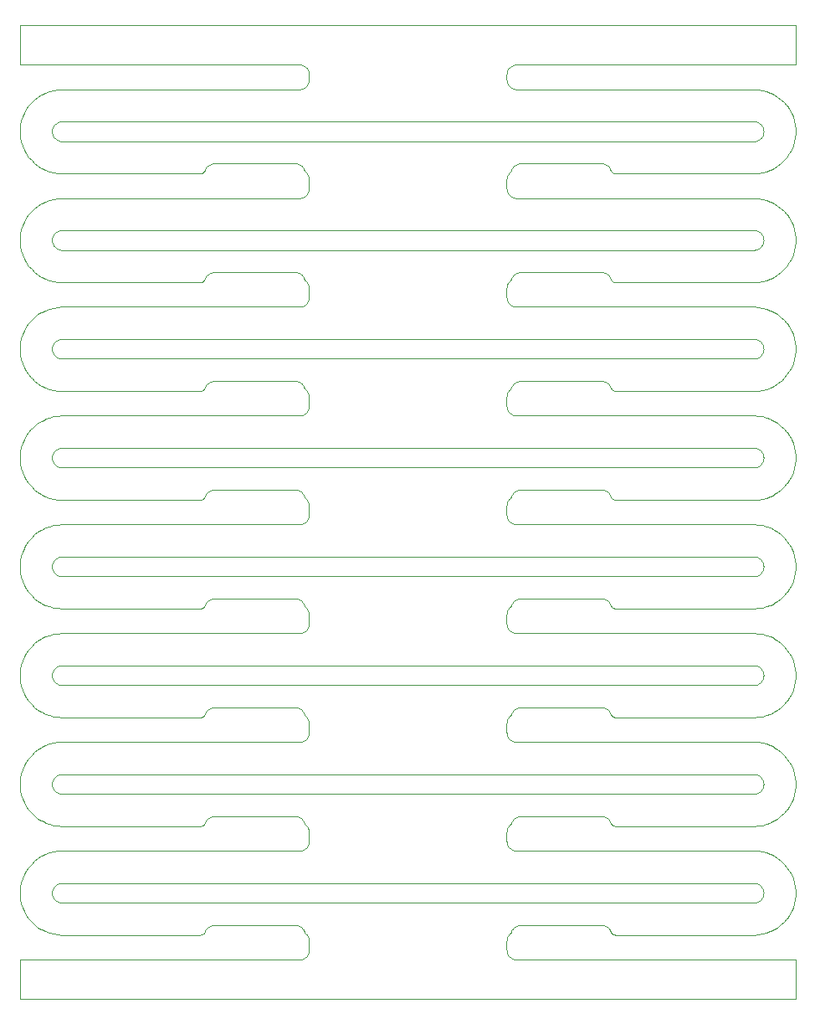
<source format=gbr>
G04 #@! TF.GenerationSoftware,KiCad,Pcbnew,5.1.5+dfsg1-2build2*
G04 #@! TF.CreationDate,2021-10-10T04:01:25+00:00*
G04 #@! TF.ProjectId,bobbin_bottom_3.5,626f6262-696e-45f6-926f-74746f6d5f33,rev?*
G04 #@! TF.SameCoordinates,Original*
G04 #@! TF.FileFunction,Paste,Top*
G04 #@! TF.FilePolarity,Positive*
%FSLAX46Y46*%
G04 Gerber Fmt 4.6, Leading zero omitted, Abs format (unit mm)*
G04 Created by KiCad (PCBNEW 5.1.5+dfsg1-2build2) date 2021-10-10 04:01:25*
%MOMM*%
%LPD*%
G04 APERTURE LIST*
G04 #@! TA.AperFunction,Profile*
%ADD10C,0.100000*%
G04 #@! TD*
G04 APERTURE END LIST*
D10*
X124499900Y-77215900D02*
X124401100Y-77236200D01*
X124596400Y-77185700D02*
X124499900Y-77215900D01*
X124689300Y-77145900D02*
X124596400Y-77185700D01*
X124777600Y-77096800D02*
X124689300Y-77145900D01*
X124860800Y-77038900D02*
X124777600Y-77096800D01*
X124937500Y-76973100D02*
X124860800Y-77038900D01*
X125007100Y-76899800D02*
X124937500Y-76973100D01*
X125069000Y-76819900D02*
X125007100Y-76899800D01*
X125122400Y-76734100D02*
X125069000Y-76819900D01*
X125166900Y-76643400D02*
X125122400Y-76734100D01*
X125202000Y-76548600D02*
X125166900Y-76643400D01*
X125227300Y-76450700D02*
X125202000Y-76548600D01*
X125242600Y-76350800D02*
X125227300Y-76450700D01*
X125247700Y-76249900D02*
X125242600Y-76350800D01*
X125242600Y-76149200D02*
X125247700Y-76249900D01*
X125227300Y-76049300D02*
X125242600Y-76149200D01*
X125202000Y-75951500D02*
X125227300Y-76049300D01*
X125166900Y-75856700D02*
X125202000Y-75951500D01*
X125122400Y-75766000D02*
X125166900Y-75856700D01*
X125069000Y-75680200D02*
X125122400Y-75766000D01*
X125007100Y-75600300D02*
X125069000Y-75680200D01*
X124937300Y-75526800D02*
X125007100Y-75600300D01*
X124860600Y-75461000D02*
X124937300Y-75526800D01*
X124777600Y-75403300D02*
X124860600Y-75461000D01*
X124689300Y-75354200D02*
X124777600Y-75403300D01*
X124596600Y-75314500D02*
X124689300Y-75354200D01*
X124500200Y-75284200D02*
X124596600Y-75314500D01*
X124401200Y-75263800D02*
X124500200Y-75284200D01*
X124300700Y-75253600D02*
X124401200Y-75263800D01*
X124224800Y-75251000D02*
X124300700Y-75253600D01*
X54275400Y-75251000D02*
X124224800Y-75251000D01*
X54199100Y-75253600D02*
X54275400Y-75251000D01*
X54098800Y-75263800D02*
X54199100Y-75253600D01*
X53999800Y-75284200D02*
X54098800Y-75263800D01*
X53903400Y-75314500D02*
X53999800Y-75284200D01*
X53810500Y-75354300D02*
X53903400Y-75314500D01*
X53722100Y-75403400D02*
X53810500Y-75354300D01*
X53639200Y-75461200D02*
X53722100Y-75403400D01*
X53562500Y-75527000D02*
X53639200Y-75461200D01*
X53492900Y-75600300D02*
X53562500Y-75527000D01*
X53431000Y-75680200D02*
X53492900Y-75600300D01*
X53377600Y-75766000D02*
X53431000Y-75680200D01*
X53333100Y-75856700D02*
X53377600Y-75766000D01*
X53298100Y-75951200D02*
X53333100Y-75856700D01*
X53272700Y-76049100D02*
X53298100Y-75951200D01*
X53257400Y-76149000D02*
X53272700Y-76049100D01*
X53252300Y-76249900D02*
X53257400Y-76149000D01*
X53257400Y-76350800D02*
X53252300Y-76249900D01*
X53272700Y-76450700D02*
X53257400Y-76350800D01*
X53298000Y-76548600D02*
X53272700Y-76450700D01*
X53333100Y-76643400D02*
X53298000Y-76548600D01*
X53377600Y-76734100D02*
X53333100Y-76643400D01*
X53431000Y-76819900D02*
X53377600Y-76734100D01*
X53492900Y-76899800D02*
X53431000Y-76819900D01*
X53562500Y-76973100D02*
X53492900Y-76899800D01*
X53639200Y-77038900D02*
X53562500Y-76973100D01*
X53722100Y-77096700D02*
X53639200Y-77038900D01*
X53810500Y-77145700D02*
X53722100Y-77096700D01*
X53903400Y-77185600D02*
X53810500Y-77145700D01*
X53999800Y-77215900D02*
X53903400Y-77185600D01*
X54098800Y-77236200D02*
X53999800Y-77215900D01*
X54199300Y-77246500D02*
X54098800Y-77236200D01*
X54275200Y-77249000D02*
X54199300Y-77246500D01*
X124224900Y-77249000D02*
X54275200Y-77249000D01*
X124300500Y-77246500D02*
X124224900Y-77249000D01*
X124401100Y-77236200D02*
X124300500Y-77246500D01*
X124499900Y-132216000D02*
X124401100Y-132236300D01*
X124596400Y-132185800D02*
X124499900Y-132216000D01*
X124689300Y-132145900D02*
X124596400Y-132185800D01*
X124777600Y-132096900D02*
X124689300Y-132145900D01*
X124860800Y-132039000D02*
X124777600Y-132096900D01*
X124937500Y-131973200D02*
X124860800Y-132039000D01*
X125007100Y-131899900D02*
X124937500Y-131973200D01*
X125069000Y-131820000D02*
X125007100Y-131899900D01*
X125122400Y-131734200D02*
X125069000Y-131820000D01*
X125166900Y-131643500D02*
X125122400Y-131734200D01*
X125202000Y-131548700D02*
X125166900Y-131643500D01*
X125227300Y-131450800D02*
X125202000Y-131548700D01*
X125242600Y-131350900D02*
X125227300Y-131450800D01*
X125247700Y-131250000D02*
X125242600Y-131350900D01*
X125242600Y-131149300D02*
X125247700Y-131250000D01*
X125227300Y-131049400D02*
X125242600Y-131149300D01*
X125202000Y-130951600D02*
X125227300Y-131049400D01*
X125166900Y-130856800D02*
X125202000Y-130951600D01*
X125122400Y-130766100D02*
X125166900Y-130856800D01*
X125069000Y-130680300D02*
X125122400Y-130766100D01*
X125007100Y-130600300D02*
X125069000Y-130680300D01*
X124937300Y-130526900D02*
X125007100Y-130600300D01*
X124860600Y-130461100D02*
X124937300Y-130526900D01*
X124777600Y-130403300D02*
X124860600Y-130461100D01*
X124689300Y-130354300D02*
X124777600Y-130403300D01*
X124596600Y-130314600D02*
X124689300Y-130354300D01*
X124500200Y-130284300D02*
X124596600Y-130314600D01*
X124401200Y-130263900D02*
X124500200Y-130284300D01*
X124300700Y-130253700D02*
X124401200Y-130263900D01*
X124224800Y-130251100D02*
X124300700Y-130253700D01*
X54275400Y-130251100D02*
X124224800Y-130251100D01*
X54199200Y-130253700D02*
X54275400Y-130251100D01*
X54098800Y-130263900D02*
X54199200Y-130253700D01*
X53999800Y-130284300D02*
X54098800Y-130263900D01*
X53903400Y-130314600D02*
X53999800Y-130284300D01*
X53810500Y-130354400D02*
X53903400Y-130314600D01*
X53722100Y-130403500D02*
X53810500Y-130354400D01*
X53639200Y-130461200D02*
X53722100Y-130403500D01*
X53562500Y-130527100D02*
X53639200Y-130461200D01*
X53492900Y-130600300D02*
X53562500Y-130527100D01*
X53431000Y-130680300D02*
X53492900Y-130600300D01*
X53377600Y-130766100D02*
X53431000Y-130680300D01*
X53333100Y-130856800D02*
X53377600Y-130766100D01*
X53298100Y-130951300D02*
X53333100Y-130856800D01*
X53272700Y-131049200D02*
X53298100Y-130951300D01*
X53257400Y-131149100D02*
X53272700Y-131049200D01*
X53252300Y-131250000D02*
X53257400Y-131149100D01*
X53257400Y-131350900D02*
X53252300Y-131250000D01*
X53272700Y-131450800D02*
X53257400Y-131350900D01*
X53298000Y-131548700D02*
X53272700Y-131450800D01*
X53333100Y-131643500D02*
X53298000Y-131548700D01*
X53377600Y-131734200D02*
X53333100Y-131643500D01*
X53431000Y-131820000D02*
X53377600Y-131734200D01*
X53492900Y-131899900D02*
X53431000Y-131820000D01*
X53562500Y-131973200D02*
X53492900Y-131899900D01*
X53639200Y-132039000D02*
X53562500Y-131973200D01*
X53722100Y-132096800D02*
X53639200Y-132039000D01*
X53810500Y-132145800D02*
X53722100Y-132096800D01*
X53903400Y-132185700D02*
X53810500Y-132145800D01*
X53999800Y-132216000D02*
X53903400Y-132185700D01*
X54098800Y-132236300D02*
X53999800Y-132216000D01*
X54199300Y-132246600D02*
X54098800Y-132236300D01*
X54275200Y-132249100D02*
X54199300Y-132246600D01*
X124224900Y-132249100D02*
X54275200Y-132249100D01*
X124300500Y-132246500D02*
X124224900Y-132249100D01*
X124401100Y-132236300D02*
X124300500Y-132246500D01*
X124499900Y-66215900D02*
X124401000Y-66236200D01*
X124596400Y-66185700D02*
X124499900Y-66215900D01*
X124689300Y-66145800D02*
X124596400Y-66185700D01*
X124777600Y-66096800D02*
X124689300Y-66145800D01*
X124860600Y-66039100D02*
X124777600Y-66096800D01*
X124937300Y-65973300D02*
X124860600Y-66039100D01*
X125007100Y-65899800D02*
X124937300Y-65973300D01*
X125069000Y-65819900D02*
X125007100Y-65899800D01*
X125122300Y-65734300D02*
X125069000Y-65819900D01*
X125166800Y-65643600D02*
X125122300Y-65734300D01*
X125201900Y-65548800D02*
X125166800Y-65643600D01*
X125227300Y-65451000D02*
X125201900Y-65548800D01*
X125242600Y-65351100D02*
X125227300Y-65451000D01*
X125247700Y-65250200D02*
X125242600Y-65351100D01*
X125242600Y-65149200D02*
X125247700Y-65250200D01*
X125227300Y-65049300D02*
X125242600Y-65149200D01*
X125202000Y-64951500D02*
X125227300Y-65049300D01*
X125166900Y-64856700D02*
X125202000Y-64951500D01*
X125122400Y-64765900D02*
X125166900Y-64856700D01*
X125069000Y-64680200D02*
X125122400Y-64765900D01*
X125007100Y-64600200D02*
X125069000Y-64680200D01*
X124937300Y-64526800D02*
X125007100Y-64600200D01*
X124860600Y-64461000D02*
X124937300Y-64526800D01*
X124777900Y-64403400D02*
X124860600Y-64461000D01*
X124689500Y-64354300D02*
X124777900Y-64403400D01*
X124596600Y-64314500D02*
X124689500Y-64354300D01*
X124500200Y-64284200D02*
X124596600Y-64314500D01*
X124401200Y-64263800D02*
X124500200Y-64284200D01*
X124300700Y-64253600D02*
X124401200Y-64263800D01*
X124224800Y-64251000D02*
X124300700Y-64253600D01*
X54275300Y-64251000D02*
X124224800Y-64251000D01*
X54199200Y-64253600D02*
X54275300Y-64251000D01*
X54098800Y-64263800D02*
X54199200Y-64253600D01*
X53999800Y-64284200D02*
X54098800Y-64263800D01*
X53903400Y-64314500D02*
X53999800Y-64284200D01*
X53810500Y-64354300D02*
X53903400Y-64314500D01*
X53722100Y-64403400D02*
X53810500Y-64354300D01*
X53639200Y-64461100D02*
X53722100Y-64403400D01*
X53562500Y-64527000D02*
X53639200Y-64461100D01*
X53492900Y-64600200D02*
X53562500Y-64527000D01*
X53431000Y-64680200D02*
X53492900Y-64600200D01*
X53377600Y-64765900D02*
X53431000Y-64680200D01*
X53333100Y-64856700D02*
X53377600Y-64765900D01*
X53298000Y-64951500D02*
X53333100Y-64856700D01*
X53272700Y-65049000D02*
X53298000Y-64951500D01*
X53257400Y-65148900D02*
X53272700Y-65049000D01*
X53252300Y-65249900D02*
X53257400Y-65148900D01*
X53257400Y-65350800D02*
X53252300Y-65249900D01*
X53272700Y-65450700D02*
X53257400Y-65350800D01*
X53298000Y-65548600D02*
X53272700Y-65450700D01*
X53333100Y-65643300D02*
X53298000Y-65548600D01*
X53377600Y-65734100D02*
X53333100Y-65643300D01*
X53431000Y-65819900D02*
X53377600Y-65734100D01*
X53492900Y-65899800D02*
X53431000Y-65819900D01*
X53562500Y-65973100D02*
X53492900Y-65899800D01*
X53639200Y-66038900D02*
X53562500Y-65973100D01*
X53722100Y-66096700D02*
X53639200Y-66038900D01*
X53810500Y-66145700D02*
X53722100Y-66096700D01*
X53903400Y-66185600D02*
X53810500Y-66145700D01*
X53999800Y-66215900D02*
X53903400Y-66185600D01*
X54098800Y-66236200D02*
X53999800Y-66215900D01*
X54199300Y-66246400D02*
X54098800Y-66236200D01*
X54275200Y-66249000D02*
X54199300Y-66246400D01*
X124224900Y-66249000D02*
X54275200Y-66249000D01*
X124300600Y-66246400D02*
X124224900Y-66249000D01*
X124401000Y-66236200D02*
X124300600Y-66246400D01*
X124499900Y-121216000D02*
X124401000Y-121236300D01*
X124596400Y-121185800D02*
X124499900Y-121216000D01*
X124689300Y-121145900D02*
X124596400Y-121185800D01*
X124777600Y-121096900D02*
X124689300Y-121145900D01*
X124860800Y-121039000D02*
X124777600Y-121096900D01*
X124937500Y-120973200D02*
X124860800Y-121039000D01*
X125007100Y-120899900D02*
X124937500Y-120973200D01*
X125069000Y-120820000D02*
X125007100Y-120899900D01*
X125122400Y-120734200D02*
X125069000Y-120820000D01*
X125166900Y-120643400D02*
X125122400Y-120734200D01*
X125202000Y-120548700D02*
X125166900Y-120643400D01*
X125227300Y-120450800D02*
X125202000Y-120548700D01*
X125242600Y-120350900D02*
X125227300Y-120450800D01*
X125247700Y-120250000D02*
X125242600Y-120350900D01*
X125242600Y-120149300D02*
X125247700Y-120250000D01*
X125227300Y-120049400D02*
X125242600Y-120149300D01*
X125202000Y-119951600D02*
X125227300Y-120049400D01*
X125166900Y-119856800D02*
X125202000Y-119951600D01*
X125122400Y-119766000D02*
X125166900Y-119856800D01*
X125069000Y-119680300D02*
X125122400Y-119766000D01*
X125007100Y-119600300D02*
X125069000Y-119680300D01*
X124937300Y-119526900D02*
X125007100Y-119600300D01*
X124860600Y-119461100D02*
X124937300Y-119526900D01*
X124777600Y-119403300D02*
X124860600Y-119461100D01*
X124689300Y-119354300D02*
X124777600Y-119403300D01*
X124596600Y-119314500D02*
X124689300Y-119354300D01*
X124500200Y-119284300D02*
X124596600Y-119314500D01*
X124401200Y-119263900D02*
X124500200Y-119284300D01*
X124300700Y-119253700D02*
X124401200Y-119263900D01*
X124224800Y-119251100D02*
X124300700Y-119253700D01*
X54275300Y-119251100D02*
X124224800Y-119251100D01*
X54199300Y-119253700D02*
X54275300Y-119251100D01*
X54098800Y-119263900D02*
X54199300Y-119253700D01*
X53999800Y-119284300D02*
X54098800Y-119263900D01*
X53903400Y-119314500D02*
X53999800Y-119284300D01*
X53810500Y-119354400D02*
X53903400Y-119314500D01*
X53722100Y-119403500D02*
X53810500Y-119354400D01*
X53639200Y-119461200D02*
X53722100Y-119403500D01*
X53562500Y-119527100D02*
X53639200Y-119461200D01*
X53492900Y-119600300D02*
X53562500Y-119527100D01*
X53431000Y-119680300D02*
X53492900Y-119600300D01*
X53377600Y-119766000D02*
X53431000Y-119680300D01*
X53333100Y-119856800D02*
X53377600Y-119766000D01*
X53298100Y-119951300D02*
X53333100Y-119856800D01*
X53272700Y-120049100D02*
X53298100Y-119951300D01*
X53257400Y-120149000D02*
X53272700Y-120049100D01*
X53252300Y-120250000D02*
X53257400Y-120149000D01*
X53257400Y-120350900D02*
X53252300Y-120250000D01*
X53272700Y-120450800D02*
X53257400Y-120350900D01*
X53298000Y-120548700D02*
X53272700Y-120450800D01*
X53333100Y-120643400D02*
X53298000Y-120548700D01*
X53377600Y-120734200D02*
X53333100Y-120643400D01*
X53431000Y-120820000D02*
X53377600Y-120734200D01*
X53492900Y-120899900D02*
X53431000Y-120820000D01*
X53562500Y-120973200D02*
X53492900Y-120899900D01*
X53639200Y-121039000D02*
X53562500Y-120973200D01*
X53722100Y-121096700D02*
X53639200Y-121039000D01*
X53810500Y-121145800D02*
X53722100Y-121096700D01*
X53903400Y-121185700D02*
X53810500Y-121145800D01*
X53999800Y-121215900D02*
X53903400Y-121185700D01*
X54098800Y-121236300D02*
X53999800Y-121215900D01*
X54199300Y-121246500D02*
X54098800Y-121236300D01*
X54275200Y-121249100D02*
X54199300Y-121246500D01*
X124224800Y-121249100D02*
X54275200Y-121249100D01*
X124300600Y-121246500D02*
X124224800Y-121249100D01*
X124401000Y-121236300D02*
X124300600Y-121246500D01*
X124499900Y-55215900D02*
X124401000Y-55236200D01*
X124596400Y-55185700D02*
X124499900Y-55215900D01*
X124689300Y-55145800D02*
X124596400Y-55185700D01*
X124777600Y-55096800D02*
X124689300Y-55145800D01*
X124860600Y-55039100D02*
X124777600Y-55096800D01*
X124937300Y-54973200D02*
X124860600Y-55039100D01*
X125007100Y-54899800D02*
X124937300Y-54973200D01*
X125069000Y-54819900D02*
X125007100Y-54899800D01*
X125122300Y-54734300D02*
X125069000Y-54819900D01*
X125166800Y-54643600D02*
X125122300Y-54734300D01*
X125201900Y-54548800D02*
X125166800Y-54643600D01*
X125227300Y-54451000D02*
X125201900Y-54548800D01*
X125242600Y-54351100D02*
X125227300Y-54451000D01*
X125247700Y-54250100D02*
X125242600Y-54351100D01*
X125242600Y-54149200D02*
X125247700Y-54250100D01*
X125227300Y-54049300D02*
X125242600Y-54149200D01*
X125202000Y-53951500D02*
X125227300Y-54049300D01*
X125166900Y-53856700D02*
X125202000Y-53951500D01*
X125122400Y-53765900D02*
X125166900Y-53856700D01*
X125069000Y-53680200D02*
X125122400Y-53765900D01*
X125007100Y-53600200D02*
X125069000Y-53680200D01*
X124937300Y-53526800D02*
X125007100Y-53600200D01*
X124860600Y-53460900D02*
X124937300Y-53526800D01*
X124777900Y-53403400D02*
X124860600Y-53460900D01*
X124689500Y-53354300D02*
X124777900Y-53403400D01*
X124596600Y-53314400D02*
X124689500Y-53354300D01*
X124500200Y-53284200D02*
X124596600Y-53314400D01*
X124401200Y-53263800D02*
X124500200Y-53284200D01*
X124300700Y-53253600D02*
X124401200Y-53263800D01*
X124224800Y-53251000D02*
X124300700Y-53253600D01*
X54275200Y-53251000D02*
X124224800Y-53251000D01*
X54199300Y-53253600D02*
X54275200Y-53251000D01*
X54098800Y-53263800D02*
X54199300Y-53253600D01*
X53999800Y-53284200D02*
X54098800Y-53263800D01*
X53903400Y-53314400D02*
X53999800Y-53284200D01*
X53810500Y-53354300D02*
X53903400Y-53314400D01*
X53722100Y-53403400D02*
X53810500Y-53354300D01*
X53639200Y-53461100D02*
X53722100Y-53403400D01*
X53562500Y-53527000D02*
X53639200Y-53461100D01*
X53492900Y-53600200D02*
X53562500Y-53527000D01*
X53431000Y-53680200D02*
X53492900Y-53600200D01*
X53377600Y-53765900D02*
X53431000Y-53680200D01*
X53333100Y-53856700D02*
X53377600Y-53765900D01*
X53298000Y-53951500D02*
X53333100Y-53856700D01*
X53272700Y-54049000D02*
X53298000Y-53951500D01*
X53257400Y-54148900D02*
X53272700Y-54049000D01*
X53252300Y-54249900D02*
X53257400Y-54148900D01*
X53257400Y-54350800D02*
X53252300Y-54249900D01*
X53272700Y-54450700D02*
X53257400Y-54350800D01*
X53298000Y-54548500D02*
X53272700Y-54450700D01*
X53333100Y-54643300D02*
X53298000Y-54548500D01*
X53377600Y-54734100D02*
X53333100Y-54643300D01*
X53431000Y-54819900D02*
X53377600Y-54734100D01*
X53492900Y-54899800D02*
X53431000Y-54819900D01*
X53562500Y-54973000D02*
X53492900Y-54899800D01*
X53639200Y-55038900D02*
X53562500Y-54973000D01*
X53722100Y-55096600D02*
X53639200Y-55038900D01*
X53810500Y-55145700D02*
X53722100Y-55096600D01*
X53903400Y-55185600D02*
X53810500Y-55145700D01*
X53999800Y-55215800D02*
X53903400Y-55185600D01*
X54098800Y-55236200D02*
X53999800Y-55215800D01*
X54199300Y-55246400D02*
X54098800Y-55236200D01*
X54275200Y-55249000D02*
X54199300Y-55246400D01*
X124224800Y-55249000D02*
X54275200Y-55249000D01*
X124300700Y-55246400D02*
X124224800Y-55249000D01*
X124401000Y-55236200D02*
X124300700Y-55246400D01*
X124500200Y-110215900D02*
X124400900Y-110236300D01*
X124596600Y-110185700D02*
X124500200Y-110215900D01*
X124689500Y-110145800D02*
X124596600Y-110185700D01*
X124777900Y-110096700D02*
X124689500Y-110145800D01*
X124860800Y-110039000D02*
X124777900Y-110096700D01*
X124937500Y-109973100D02*
X124860800Y-110039000D01*
X125007100Y-109899900D02*
X124937500Y-109973100D01*
X125069000Y-109819900D02*
X125007100Y-109899900D01*
X125122400Y-109734200D02*
X125069000Y-109819900D01*
X125166900Y-109643400D02*
X125122400Y-109734200D01*
X125202000Y-109548600D02*
X125166900Y-109643400D01*
X125227300Y-109450800D02*
X125202000Y-109548600D01*
X125242600Y-109350900D02*
X125227300Y-109450800D01*
X125247700Y-109250000D02*
X125242600Y-109350900D01*
X125242600Y-109149300D02*
X125247700Y-109250000D01*
X125227300Y-109049400D02*
X125242600Y-109149300D01*
X125202000Y-108951500D02*
X125227300Y-109049400D01*
X125166900Y-108856800D02*
X125202000Y-108951500D01*
X125122400Y-108766000D02*
X125166900Y-108856800D01*
X125069000Y-108680200D02*
X125122400Y-108766000D01*
X125007100Y-108600300D02*
X125069000Y-108680200D01*
X124937300Y-108526900D02*
X125007100Y-108600300D01*
X124860600Y-108461000D02*
X124937300Y-108526900D01*
X124777600Y-108403300D02*
X124860600Y-108461000D01*
X124689300Y-108354300D02*
X124777600Y-108403300D01*
X124596600Y-108314500D02*
X124689300Y-108354300D01*
X124500200Y-108284300D02*
X124596600Y-108314500D01*
X124401200Y-108263900D02*
X124500200Y-108284300D01*
X124300700Y-108253700D02*
X124401200Y-108263900D01*
X124224800Y-108251100D02*
X124300700Y-108253700D01*
X54275200Y-108251100D02*
X124224800Y-108251100D01*
X54199400Y-108253700D02*
X54275200Y-108251100D01*
X54098800Y-108263900D02*
X54199400Y-108253700D01*
X53999800Y-108284300D02*
X54098800Y-108263900D01*
X53903400Y-108314500D02*
X53999800Y-108284300D01*
X53810500Y-108354400D02*
X53903400Y-108314500D01*
X53722100Y-108403500D02*
X53810500Y-108354400D01*
X53639200Y-108461200D02*
X53722100Y-108403500D01*
X53562500Y-108527000D02*
X53639200Y-108461200D01*
X53492900Y-108600300D02*
X53562500Y-108527000D01*
X53431000Y-108680200D02*
X53492900Y-108600300D01*
X53377600Y-108766000D02*
X53431000Y-108680200D01*
X53333100Y-108856800D02*
X53377600Y-108766000D01*
X53298100Y-108951300D02*
X53333100Y-108856800D01*
X53272700Y-109049100D02*
X53298100Y-108951300D01*
X53257400Y-109149000D02*
X53272700Y-109049100D01*
X53252300Y-109250000D02*
X53257400Y-109149000D01*
X53257400Y-109350900D02*
X53252300Y-109250000D01*
X53272700Y-109450800D02*
X53257400Y-109350900D01*
X53298000Y-109548600D02*
X53272700Y-109450800D01*
X53333100Y-109643400D02*
X53298000Y-109548600D01*
X53377600Y-109734200D02*
X53333100Y-109643400D01*
X53431000Y-109819900D02*
X53377600Y-109734200D01*
X53492900Y-109899900D02*
X53431000Y-109819900D01*
X53562500Y-109973100D02*
X53492900Y-109899900D01*
X53639200Y-110039000D02*
X53562500Y-109973100D01*
X53722100Y-110096700D02*
X53639200Y-110039000D01*
X53810500Y-110145800D02*
X53722100Y-110096700D01*
X53903400Y-110185700D02*
X53810500Y-110145800D01*
X53999800Y-110215900D02*
X53903400Y-110185700D01*
X54098800Y-110236300D02*
X53999800Y-110215900D01*
X54199300Y-110246500D02*
X54098800Y-110236300D01*
X54275200Y-110249100D02*
X54199300Y-110246500D01*
X124224700Y-110249100D02*
X54275200Y-110249100D01*
X124300700Y-110246500D02*
X124224700Y-110249100D01*
X124400900Y-110236300D02*
X124300700Y-110246500D01*
X124500200Y-99215900D02*
X124400800Y-99236300D01*
X124596600Y-99185600D02*
X124500200Y-99215900D01*
X124689500Y-99145800D02*
X124596600Y-99185600D01*
X124777900Y-99096700D02*
X124689500Y-99145800D01*
X124860800Y-99039000D02*
X124777900Y-99096700D01*
X124937500Y-98973100D02*
X124860800Y-99039000D01*
X125007100Y-98899900D02*
X124937500Y-98973100D01*
X125069000Y-98819900D02*
X125007100Y-98899900D01*
X125122400Y-98734100D02*
X125069000Y-98819900D01*
X125166900Y-98643400D02*
X125122400Y-98734100D01*
X125202000Y-98548600D02*
X125166900Y-98643400D01*
X125227300Y-98450800D02*
X125202000Y-98548600D01*
X125242600Y-98350900D02*
X125227300Y-98450800D01*
X125247700Y-98249900D02*
X125242600Y-98350900D01*
X125242600Y-98149300D02*
X125247700Y-98249900D01*
X125227300Y-98049400D02*
X125242600Y-98149300D01*
X125202000Y-97951500D02*
X125227300Y-98049400D01*
X125166900Y-97856700D02*
X125202000Y-97951500D01*
X125122400Y-97766000D02*
X125166900Y-97856700D01*
X125069000Y-97680200D02*
X125122400Y-97766000D01*
X125007100Y-97600300D02*
X125069000Y-97680200D01*
X124937300Y-97526800D02*
X125007100Y-97600300D01*
X124860600Y-97461000D02*
X124937300Y-97526800D01*
X124777600Y-97403300D02*
X124860600Y-97461000D01*
X124689300Y-97354300D02*
X124777600Y-97403300D01*
X124596600Y-97314500D02*
X124689300Y-97354300D01*
X124500200Y-97284200D02*
X124596600Y-97314500D01*
X124401200Y-97263900D02*
X124500200Y-97284200D01*
X124300700Y-97253600D02*
X124401200Y-97263900D01*
X124224800Y-97251100D02*
X124300700Y-97253600D01*
X54275100Y-97251100D02*
X124224800Y-97251100D01*
X54199500Y-97253700D02*
X54275100Y-97251100D01*
X54098800Y-97263900D02*
X54199500Y-97253700D01*
X53999800Y-97284200D02*
X54098800Y-97263900D01*
X53903400Y-97314500D02*
X53999800Y-97284200D01*
X53810500Y-97354400D02*
X53903400Y-97314500D01*
X53722100Y-97403400D02*
X53810500Y-97354400D01*
X53639200Y-97461200D02*
X53722100Y-97403400D01*
X53562500Y-97527000D02*
X53639200Y-97461200D01*
X53492900Y-97600300D02*
X53562500Y-97527000D01*
X53431000Y-97680200D02*
X53492900Y-97600300D01*
X53377600Y-97766000D02*
X53431000Y-97680200D01*
X53333100Y-97856700D02*
X53377600Y-97766000D01*
X53298100Y-97951300D02*
X53333100Y-97856700D01*
X53272700Y-98049100D02*
X53298100Y-97951300D01*
X53257400Y-98149000D02*
X53272700Y-98049100D01*
X53252300Y-98249900D02*
X53257400Y-98149000D01*
X53257400Y-98350900D02*
X53252300Y-98249900D01*
X53272700Y-98450800D02*
X53257400Y-98350900D01*
X53298000Y-98548600D02*
X53272700Y-98450800D01*
X53333100Y-98643400D02*
X53298000Y-98548600D01*
X53377600Y-98734100D02*
X53333100Y-98643400D01*
X53431000Y-98819900D02*
X53377600Y-98734100D01*
X53492900Y-98899900D02*
X53431000Y-98819900D01*
X53562500Y-98973100D02*
X53492900Y-98899900D01*
X53639200Y-99039000D02*
X53562500Y-98973100D01*
X53722100Y-99096700D02*
X53639200Y-99039000D01*
X53810500Y-99145800D02*
X53722100Y-99096700D01*
X53903400Y-99185600D02*
X53810500Y-99145800D01*
X53999800Y-99215900D02*
X53903400Y-99185600D01*
X54098800Y-99236300D02*
X53999800Y-99215900D01*
X54199300Y-99246500D02*
X54098800Y-99236300D01*
X54275200Y-99249100D02*
X54199300Y-99246500D01*
X124224600Y-99249100D02*
X54275200Y-99249100D01*
X124300800Y-99246500D02*
X124224600Y-99249100D01*
X124400800Y-99236300D02*
X124300800Y-99246500D01*
X124500200Y-88215900D02*
X124400700Y-88236300D01*
X124596600Y-88185600D02*
X124500200Y-88215900D01*
X124689500Y-88145700D02*
X124596600Y-88185600D01*
X124777900Y-88096700D02*
X124689500Y-88145700D01*
X124860800Y-88038900D02*
X124777900Y-88096700D01*
X124937500Y-87973100D02*
X124860800Y-88038900D01*
X125007100Y-87899800D02*
X124937500Y-87973100D01*
X125069000Y-87819900D02*
X125007100Y-87899800D01*
X125122400Y-87734100D02*
X125069000Y-87819900D01*
X125166900Y-87643400D02*
X125122400Y-87734100D01*
X125202000Y-87548600D02*
X125166900Y-87643400D01*
X125227300Y-87450800D02*
X125202000Y-87548600D01*
X125242600Y-87350900D02*
X125227300Y-87450800D01*
X125247700Y-87249900D02*
X125242600Y-87350900D01*
X125242600Y-87149300D02*
X125247700Y-87249900D01*
X125227300Y-87049400D02*
X125242600Y-87149300D01*
X125202000Y-86951500D02*
X125227300Y-87049400D01*
X125166900Y-86856700D02*
X125202000Y-86951500D01*
X125122400Y-86766000D02*
X125166900Y-86856700D01*
X125069000Y-86680200D02*
X125122400Y-86766000D01*
X125007100Y-86600300D02*
X125069000Y-86680200D01*
X124937300Y-86526800D02*
X125007100Y-86600300D01*
X124860600Y-86461000D02*
X124937300Y-86526800D01*
X124777600Y-86403300D02*
X124860600Y-86461000D01*
X124689300Y-86354200D02*
X124777600Y-86403300D01*
X124596600Y-86314500D02*
X124689300Y-86354200D01*
X124500200Y-86284200D02*
X124596600Y-86314500D01*
X124401200Y-86263900D02*
X124500200Y-86284200D01*
X124300700Y-86253600D02*
X124401200Y-86263900D01*
X124224800Y-86251100D02*
X124300700Y-86253600D01*
X54275000Y-86251100D02*
X124224800Y-86251100D01*
X54199600Y-86253600D02*
X54275000Y-86251100D01*
X54098800Y-86263900D02*
X54199600Y-86253600D01*
X53999800Y-86284200D02*
X54098800Y-86263900D01*
X53903400Y-86314500D02*
X53999800Y-86284200D01*
X53810500Y-86354400D02*
X53903400Y-86314500D01*
X53722100Y-86403400D02*
X53810500Y-86354400D01*
X53639200Y-86461200D02*
X53722100Y-86403400D01*
X53562500Y-86527000D02*
X53639200Y-86461200D01*
X53492900Y-86600300D02*
X53562500Y-86527000D01*
X53431000Y-86680200D02*
X53492900Y-86600300D01*
X53377600Y-86766000D02*
X53431000Y-86680200D01*
X53333100Y-86856700D02*
X53377600Y-86766000D01*
X53298100Y-86951200D02*
X53333100Y-86856700D01*
X53272700Y-87049100D02*
X53298100Y-86951200D01*
X53257400Y-87149000D02*
X53272700Y-87049100D01*
X53252300Y-87249900D02*
X53257400Y-87149000D01*
X53257400Y-87350900D02*
X53252300Y-87249900D01*
X53272700Y-87450800D02*
X53257400Y-87350900D01*
X53298000Y-87548600D02*
X53272700Y-87450800D01*
X53333100Y-87643400D02*
X53298000Y-87548600D01*
X53377600Y-87734100D02*
X53333100Y-87643400D01*
X53431000Y-87819900D02*
X53377600Y-87734100D01*
X53492900Y-87899800D02*
X53431000Y-87819900D01*
X53562500Y-87973100D02*
X53492900Y-87899800D01*
X53639200Y-88038900D02*
X53562500Y-87973100D01*
X53722100Y-88096700D02*
X53639200Y-88038900D01*
X53810500Y-88145700D02*
X53722100Y-88096700D01*
X53903400Y-88185600D02*
X53810500Y-88145700D01*
X53999800Y-88215900D02*
X53903400Y-88185600D01*
X54098800Y-88236200D02*
X53999800Y-88215900D01*
X54199300Y-88246500D02*
X54098800Y-88236200D01*
X54275200Y-88249100D02*
X54199300Y-88246500D01*
X124224500Y-88249100D02*
X54275200Y-88249100D01*
X124300900Y-88246500D02*
X124224500Y-88249100D01*
X124400700Y-88236300D02*
X124300900Y-88246500D01*
X128471000Y-43499000D02*
X50014600Y-43499700D01*
X128487300Y-43500000D02*
X128471000Y-43499000D01*
X128492900Y-43503700D02*
X128487300Y-43500000D01*
X128494800Y-43508200D02*
X128492900Y-43503700D01*
X128495500Y-43523500D02*
X128494800Y-43508200D01*
X128495500Y-47475500D02*
X128495500Y-43523500D01*
X128494300Y-47492700D02*
X128495500Y-47475500D01*
X128490800Y-47497400D02*
X128494300Y-47492700D01*
X128486300Y-47499200D02*
X128490800Y-47497400D01*
X100241200Y-47500000D02*
X128486300Y-47499200D01*
X100144000Y-47504800D02*
X100241200Y-47500000D01*
X100047900Y-47519000D02*
X100144000Y-47504800D01*
X99953600Y-47542600D02*
X100047900Y-47519000D01*
X99862200Y-47575400D02*
X99953600Y-47542600D01*
X99774300Y-47616900D02*
X99862200Y-47575400D01*
X99691000Y-47666900D02*
X99774300Y-47616900D01*
X99613000Y-47724700D02*
X99691000Y-47666900D01*
X99541000Y-47790000D02*
X99613000Y-47724700D01*
X99475700Y-47862000D02*
X99541000Y-47790000D01*
X99417900Y-47940000D02*
X99475700Y-47862000D01*
X99367900Y-48023300D02*
X99417900Y-47940000D01*
X99326400Y-48111100D02*
X99367900Y-48023300D01*
X99293600Y-48202600D02*
X99326400Y-48111100D01*
X99270000Y-48296900D02*
X99293600Y-48202600D01*
X99255800Y-48393000D02*
X99270000Y-48296900D01*
X99251000Y-48490200D02*
X99255800Y-48393000D01*
X99251000Y-49008800D02*
X99251000Y-48490200D01*
X99255800Y-49106000D02*
X99251000Y-49008800D01*
X99270000Y-49202100D02*
X99255800Y-49106000D01*
X99293600Y-49296400D02*
X99270000Y-49202100D01*
X99326400Y-49387900D02*
X99293600Y-49296400D01*
X99367900Y-49475700D02*
X99326400Y-49387900D01*
X99417900Y-49559000D02*
X99367900Y-49475700D01*
X99475700Y-49637000D02*
X99417900Y-49559000D01*
X99541000Y-49709000D02*
X99475700Y-49637000D01*
X99613000Y-49774300D02*
X99541000Y-49709000D01*
X99691000Y-49832100D02*
X99613000Y-49774300D01*
X99774300Y-49882100D02*
X99691000Y-49832100D01*
X99862200Y-49923600D02*
X99774300Y-49882100D01*
X99953600Y-49956400D02*
X99862200Y-49923600D01*
X100047900Y-49980000D02*
X99953600Y-49956400D01*
X100144000Y-49994200D02*
X100047900Y-49980000D01*
X100241200Y-49999000D02*
X100144000Y-49994200D01*
X124243700Y-49999000D02*
X100241200Y-49999000D01*
X124679800Y-50021100D02*
X124243700Y-49999000D01*
X125105400Y-50086300D02*
X124679800Y-50021100D01*
X125522300Y-50194200D02*
X125105400Y-50086300D01*
X125914500Y-50339100D02*
X125522300Y-50194200D01*
X125937800Y-50349100D02*
X125914500Y-50339100D01*
X126301600Y-50527500D02*
X125937800Y-50349100D01*
X126323800Y-50539900D02*
X126301600Y-50527500D01*
X126678500Y-50761400D02*
X126323800Y-50539900D01*
X127018600Y-51024600D02*
X126678500Y-50761400D01*
X127330700Y-51321300D02*
X127018600Y-51024600D01*
X127603300Y-51638300D02*
X127330700Y-51321300D01*
X127618900Y-51658400D02*
X127603300Y-51638300D01*
X127850300Y-51990900D02*
X127618900Y-51658400D01*
X127863800Y-52012500D02*
X127850300Y-51990900D01*
X128066400Y-52378300D02*
X127863800Y-52012500D01*
X128236000Y-52773500D02*
X128066400Y-52378300D01*
X128364900Y-53184300D02*
X128236000Y-52773500D01*
X128449400Y-53593800D02*
X128364900Y-53184300D01*
X128453300Y-53618900D02*
X128449400Y-53593800D01*
X128494300Y-54022000D02*
X128453300Y-53618900D01*
X128495500Y-54047400D02*
X128494300Y-54022000D01*
X128495200Y-54465600D02*
X128495500Y-54047400D01*
X128451700Y-54893400D02*
X128495200Y-54465600D01*
X128365000Y-55315200D02*
X128451700Y-54893400D01*
X128240200Y-55714200D02*
X128365000Y-55315200D01*
X128231400Y-55738100D02*
X128240200Y-55714200D01*
X128071600Y-56110400D02*
X128231400Y-55738100D01*
X128060400Y-56133200D02*
X128071600Y-56110400D01*
X127857200Y-56498700D02*
X128060400Y-56133200D01*
X127611200Y-56852100D02*
X127857200Y-56498700D01*
X127331000Y-57178400D02*
X127611200Y-56852100D01*
X127018900Y-57475100D02*
X127331000Y-57178400D01*
X126678500Y-57738700D02*
X127018900Y-57475100D01*
X126323800Y-57960100D02*
X126678500Y-57738700D01*
X126301600Y-57972500D02*
X126323800Y-57960100D01*
X125937900Y-58150900D02*
X126301600Y-57972500D01*
X125914500Y-58160900D02*
X125937900Y-58150900D01*
X125522200Y-58305800D02*
X125914500Y-58160900D01*
X125118100Y-58410800D02*
X125522200Y-58305800D01*
X125093100Y-58415900D02*
X125118100Y-58410800D01*
X124679800Y-58478900D02*
X125093100Y-58415900D01*
X124243700Y-58501000D02*
X124679800Y-58478900D01*
X110249800Y-58500900D02*
X124243700Y-58501000D01*
X110197400Y-58497900D02*
X110249800Y-58500900D01*
X110146100Y-58489800D02*
X110197400Y-58497900D01*
X110095500Y-58476200D02*
X110146100Y-58489800D01*
X110058300Y-58462300D02*
X110095500Y-58476200D01*
X109999900Y-58433700D02*
X110058300Y-58462300D01*
X109966600Y-58412500D02*
X109999900Y-58433700D01*
X109945300Y-58397000D02*
X109966600Y-58412500D01*
X109905500Y-58363000D02*
X109945300Y-58397000D01*
X109878100Y-58335200D02*
X109905500Y-58363000D01*
X109853000Y-58304700D02*
X109878100Y-58335200D01*
X109816300Y-58250100D02*
X109853000Y-58304700D01*
X109792500Y-58203400D02*
X109816300Y-58250100D01*
X109740500Y-58073800D02*
X109792500Y-58203400D01*
X109697000Y-57990800D02*
X109740500Y-58073800D01*
X109645900Y-57912300D02*
X109697000Y-57990800D01*
X109587700Y-57839000D02*
X109645900Y-57912300D01*
X109522700Y-57771500D02*
X109587700Y-57839000D01*
X109451700Y-57710500D02*
X109522700Y-57771500D01*
X109375200Y-57656400D02*
X109451700Y-57710500D01*
X109293900Y-57609800D02*
X109375200Y-57656400D01*
X109208600Y-57571100D02*
X109293900Y-57609800D01*
X109120000Y-57540700D02*
X109208600Y-57571100D01*
X109029000Y-57518700D02*
X109120000Y-57540700D01*
X108936300Y-57505400D02*
X109029000Y-57518700D01*
X108842500Y-57501000D02*
X108936300Y-57505400D01*
X100657500Y-57501000D02*
X108842500Y-57501000D01*
X100563700Y-57505400D02*
X100657500Y-57501000D01*
X100471000Y-57518700D02*
X100563700Y-57505400D01*
X100380000Y-57540700D02*
X100471000Y-57518700D01*
X100291400Y-57571100D02*
X100380000Y-57540700D01*
X100206100Y-57609800D02*
X100291400Y-57571100D01*
X100124800Y-57656400D02*
X100206100Y-57609800D01*
X100048300Y-57710500D02*
X100124800Y-57656400D01*
X99977300Y-57771500D02*
X100048300Y-57710500D01*
X99912300Y-57839000D02*
X99977300Y-57771500D01*
X99854100Y-57912300D02*
X99912300Y-57839000D01*
X99803000Y-57990800D02*
X99854100Y-57912300D01*
X99759500Y-58073800D02*
X99803000Y-57990800D01*
X99701800Y-58215300D02*
X99759500Y-58073800D01*
X99683400Y-58250600D02*
X99701800Y-58215300D01*
X99655200Y-58294100D02*
X99683400Y-58250600D01*
X99621900Y-58335200D02*
X99655200Y-58294100D01*
X99565200Y-58390300D02*
X99621900Y-58335200D01*
X99494600Y-58463400D02*
X99565200Y-58390300D01*
X99432000Y-58543100D02*
X99494600Y-58463400D01*
X99378000Y-58628700D02*
X99432000Y-58543100D01*
X99332900Y-58719500D02*
X99378000Y-58628700D01*
X99297400Y-58814400D02*
X99332900Y-58719500D01*
X99271700Y-58912400D02*
X99297400Y-58814400D01*
X99256200Y-59012500D02*
X99271700Y-58912400D01*
X99251000Y-59114000D02*
X99256200Y-59012500D01*
X99251000Y-60008800D02*
X99251000Y-59114000D01*
X99255800Y-60106000D02*
X99251000Y-60008800D01*
X99270000Y-60202100D02*
X99255800Y-60106000D01*
X99293600Y-60296400D02*
X99270000Y-60202100D01*
X99326400Y-60387900D02*
X99293600Y-60296400D01*
X99367900Y-60475700D02*
X99326400Y-60387900D01*
X99417900Y-60559000D02*
X99367900Y-60475700D01*
X99475700Y-60637100D02*
X99417900Y-60559000D01*
X99541000Y-60709000D02*
X99475700Y-60637100D01*
X99613000Y-60774300D02*
X99541000Y-60709000D01*
X99691000Y-60832200D02*
X99613000Y-60774300D01*
X99774300Y-60882100D02*
X99691000Y-60832200D01*
X99862200Y-60923600D02*
X99774300Y-60882100D01*
X99953600Y-60956400D02*
X99862200Y-60923600D01*
X100047900Y-60980000D02*
X99953600Y-60956400D01*
X100144000Y-60994200D02*
X100047900Y-60980000D01*
X100241200Y-60999000D02*
X100144000Y-60994200D01*
X124243700Y-60999000D02*
X100241200Y-60999000D01*
X124679800Y-61021100D02*
X124243700Y-60999000D01*
X125105900Y-61086400D02*
X124679800Y-61021100D01*
X125522300Y-61194200D02*
X125105900Y-61086400D01*
X125914500Y-61339100D02*
X125522300Y-61194200D01*
X125937800Y-61349100D02*
X125914500Y-61339100D01*
X126301600Y-61527600D02*
X125937800Y-61349100D01*
X126323800Y-61539900D02*
X126301600Y-61527600D01*
X126678500Y-61761400D02*
X126323800Y-61539900D01*
X127018600Y-62024600D02*
X126678500Y-61761400D01*
X127330700Y-62321300D02*
X127018600Y-62024600D01*
X127603300Y-62638300D02*
X127330700Y-62321300D01*
X127618900Y-62658400D02*
X127603300Y-62638300D01*
X127850300Y-62990900D02*
X127618900Y-62658400D01*
X127863800Y-63012500D02*
X127850300Y-62990900D01*
X128066400Y-63378300D02*
X127863800Y-63012500D01*
X128236000Y-63773500D02*
X128066400Y-63378300D01*
X128364900Y-64184400D02*
X128236000Y-63773500D01*
X128449400Y-64593800D02*
X128364900Y-64184400D01*
X128453300Y-64619000D02*
X128449400Y-64593800D01*
X128494300Y-65022000D02*
X128453300Y-64619000D01*
X128495500Y-65047400D02*
X128494300Y-65022000D01*
X128495200Y-65465600D02*
X128495500Y-65047400D01*
X128451700Y-65893500D02*
X128495200Y-65465600D01*
X128365000Y-66315200D02*
X128451700Y-65893500D01*
X128240200Y-66714300D02*
X128365000Y-66315200D01*
X128231400Y-66738100D02*
X128240200Y-66714300D01*
X128071600Y-67110400D02*
X128231400Y-66738100D01*
X128060400Y-67133300D02*
X128071600Y-67110400D01*
X127857200Y-67498700D02*
X128060400Y-67133300D01*
X127611200Y-67852100D02*
X127857200Y-67498700D01*
X127331000Y-68178400D02*
X127611200Y-67852100D01*
X127018900Y-68475100D02*
X127331000Y-68178400D01*
X126678500Y-68738700D02*
X127018900Y-68475100D01*
X126323800Y-68960100D02*
X126678500Y-68738700D01*
X126301600Y-68972500D02*
X126323800Y-68960100D01*
X125937900Y-69150900D02*
X126301600Y-68972500D01*
X125914500Y-69160900D02*
X125937900Y-69150900D01*
X125522200Y-69305800D02*
X125914500Y-69160900D01*
X125118100Y-69410800D02*
X125522200Y-69305800D01*
X125093100Y-69415900D02*
X125118100Y-69410800D01*
X124679800Y-69478900D02*
X125093100Y-69415900D01*
X124243700Y-69501000D02*
X124679800Y-69478900D01*
X110249800Y-69500900D02*
X124243700Y-69501000D01*
X110197400Y-69497900D02*
X110249800Y-69500900D01*
X110146100Y-69489800D02*
X110197400Y-69497900D01*
X110095500Y-69476200D02*
X110146100Y-69489800D01*
X110058300Y-69462300D02*
X110095500Y-69476200D01*
X109999900Y-69433700D02*
X110058300Y-69462300D01*
X109966600Y-69412500D02*
X109999900Y-69433700D01*
X109945300Y-69397100D02*
X109966600Y-69412500D01*
X109905500Y-69363000D02*
X109945300Y-69397100D01*
X109878100Y-69335200D02*
X109905500Y-69363000D01*
X109853000Y-69304700D02*
X109878100Y-69335200D01*
X109816300Y-69250100D02*
X109853000Y-69304700D01*
X109792500Y-69203400D02*
X109816300Y-69250100D01*
X109740500Y-69073800D02*
X109792500Y-69203400D01*
X109697000Y-68990800D02*
X109740500Y-69073800D01*
X109645900Y-68912300D02*
X109697000Y-68990800D01*
X109587700Y-68839000D02*
X109645900Y-68912300D01*
X109522700Y-68771500D02*
X109587700Y-68839000D01*
X109451700Y-68710500D02*
X109522700Y-68771500D01*
X109375200Y-68656400D02*
X109451700Y-68710500D01*
X109293900Y-68609800D02*
X109375200Y-68656400D01*
X109208600Y-68571100D02*
X109293900Y-68609800D01*
X109120000Y-68540700D02*
X109208600Y-68571100D01*
X109029000Y-68518700D02*
X109120000Y-68540700D01*
X108936200Y-68505400D02*
X109029000Y-68518700D01*
X108842400Y-68501000D02*
X108936200Y-68505400D01*
X100657500Y-68501000D02*
X108842400Y-68501000D01*
X100563700Y-68505500D02*
X100657500Y-68501000D01*
X100471000Y-68518700D02*
X100563700Y-68505500D01*
X100380000Y-68540700D02*
X100471000Y-68518700D01*
X100291400Y-68571100D02*
X100380000Y-68540700D01*
X100206100Y-68609800D02*
X100291400Y-68571100D01*
X100124800Y-68656400D02*
X100206100Y-68609800D01*
X100048300Y-68710500D02*
X100124800Y-68656400D01*
X99977300Y-68771500D02*
X100048300Y-68710500D01*
X99912300Y-68839000D02*
X99977300Y-68771500D01*
X99854100Y-68912300D02*
X99912300Y-68839000D01*
X99803000Y-68990900D02*
X99854100Y-68912300D01*
X99759500Y-69073800D02*
X99803000Y-68990900D01*
X99701800Y-69215300D02*
X99759500Y-69073800D01*
X99683700Y-69250100D02*
X99701800Y-69215300D01*
X99662300Y-69283700D02*
X99683700Y-69250100D01*
X99621900Y-69335200D02*
X99662300Y-69283700D01*
X99565200Y-69390300D02*
X99621900Y-69335200D01*
X99494600Y-69463400D02*
X99565200Y-69390300D01*
X99432000Y-69543100D02*
X99494600Y-69463400D01*
X99378000Y-69628800D02*
X99432000Y-69543100D01*
X99332900Y-69719500D02*
X99378000Y-69628800D01*
X99297400Y-69814400D02*
X99332900Y-69719500D01*
X99271700Y-69912400D02*
X99297400Y-69814400D01*
X99256200Y-70012600D02*
X99271700Y-69912400D01*
X99251000Y-70114000D02*
X99256200Y-70012600D01*
X99251000Y-71008800D02*
X99251000Y-70114000D01*
X99255800Y-71106100D02*
X99251000Y-71008800D01*
X99270000Y-71202200D02*
X99255800Y-71106100D01*
X99293600Y-71296400D02*
X99270000Y-71202200D01*
X99326400Y-71387900D02*
X99293600Y-71296400D01*
X99367900Y-71475700D02*
X99326400Y-71387900D01*
X99417900Y-71559000D02*
X99367900Y-71475700D01*
X99475700Y-71637100D02*
X99417900Y-71559000D01*
X99541000Y-71709100D02*
X99475700Y-71637100D01*
X99613000Y-71774300D02*
X99541000Y-71709100D01*
X99691000Y-71832200D02*
X99613000Y-71774300D01*
X99774300Y-71882100D02*
X99691000Y-71832200D01*
X99862200Y-71923700D02*
X99774300Y-71882100D01*
X99953600Y-71956400D02*
X99862200Y-71923700D01*
X100047900Y-71980000D02*
X99953600Y-71956400D01*
X100144000Y-71994200D02*
X100047900Y-71980000D01*
X100241200Y-71999000D02*
X100144000Y-71994200D01*
X124243700Y-71999000D02*
X100241200Y-71999000D01*
X124679800Y-72021100D02*
X124243700Y-71999000D01*
X125105900Y-72086400D02*
X124679800Y-72021100D01*
X125522300Y-72194200D02*
X125105900Y-72086400D01*
X125914500Y-72339100D02*
X125522300Y-72194200D01*
X125937800Y-72349100D02*
X125914500Y-72339100D01*
X126301600Y-72527600D02*
X125937800Y-72349100D01*
X126323800Y-72539900D02*
X126301600Y-72527600D01*
X126678500Y-72761400D02*
X126323800Y-72539900D01*
X127018600Y-73024700D02*
X126678500Y-72761400D01*
X127330700Y-73321300D02*
X127018600Y-73024700D01*
X127603300Y-73638300D02*
X127330700Y-73321300D01*
X127618900Y-73658400D02*
X127603300Y-73638300D01*
X127850300Y-73990900D02*
X127618900Y-73658400D01*
X127863800Y-74012500D02*
X127850300Y-73990900D01*
X128066400Y-74378300D02*
X127863800Y-74012500D01*
X128236000Y-74773500D02*
X128066400Y-74378300D01*
X128364900Y-75184400D02*
X128236000Y-74773500D01*
X128449400Y-75593800D02*
X128364900Y-75184400D01*
X128453300Y-75619000D02*
X128449400Y-75593800D01*
X128494300Y-76022000D02*
X128453300Y-75619000D01*
X128495500Y-76047400D02*
X128494300Y-76022000D01*
X128495200Y-76465600D02*
X128495500Y-76047400D01*
X128451600Y-76894000D02*
X128495200Y-76465600D01*
X128365000Y-77315300D02*
X128451600Y-76894000D01*
X128236200Y-77726100D02*
X128365000Y-77315300D01*
X128066400Y-78121800D02*
X128236200Y-77726100D01*
X127857400Y-78498300D02*
X128066400Y-78121800D01*
X127611500Y-78851700D02*
X127857400Y-78498300D01*
X127339400Y-79169200D02*
X127611500Y-78851700D01*
X127321900Y-79187600D02*
X127339400Y-79169200D01*
X127028200Y-79466700D02*
X127321900Y-79187600D01*
X127008900Y-79483300D02*
X127028200Y-79466700D01*
X126678000Y-79739000D02*
X127008900Y-79483300D01*
X126323800Y-79960100D02*
X126678000Y-79739000D01*
X126301600Y-79972500D02*
X126323800Y-79960100D01*
X125926000Y-80156300D02*
X126301600Y-79972500D01*
X125522700Y-80305700D02*
X125926000Y-80156300D01*
X125105900Y-80413700D02*
X125522700Y-80305700D01*
X124692400Y-80477300D02*
X125105900Y-80413700D01*
X124667400Y-80479900D02*
X124692400Y-80477300D01*
X124243700Y-80501000D02*
X124667400Y-80479900D01*
X110256600Y-80501000D02*
X124243700Y-80501000D01*
X110210800Y-80499000D02*
X110256600Y-80501000D01*
X110184700Y-80496200D02*
X110210800Y-80499000D01*
X110133100Y-80486700D02*
X110184700Y-80496200D01*
X110095000Y-80476100D02*
X110133100Y-80486700D01*
X110034700Y-80451900D02*
X110095000Y-80476100D01*
X109999400Y-80433500D02*
X110034700Y-80451900D01*
X109955900Y-80405200D02*
X109999400Y-80433500D01*
X109915200Y-80372300D02*
X109955900Y-80405200D01*
X109886800Y-80344400D02*
X109915200Y-80372300D01*
X109845100Y-80294500D02*
X109886800Y-80344400D01*
X109816300Y-80250100D02*
X109845100Y-80294500D01*
X109792500Y-80203400D02*
X109816300Y-80250100D01*
X109740500Y-80073800D02*
X109792500Y-80203400D01*
X109697000Y-79990800D02*
X109740500Y-80073800D01*
X109645900Y-79912300D02*
X109697000Y-79990800D01*
X109587600Y-79839000D02*
X109645900Y-79912300D01*
X109522700Y-79771500D02*
X109587600Y-79839000D01*
X109451600Y-79710500D02*
X109522700Y-79771500D01*
X109375200Y-79656400D02*
X109451600Y-79710500D01*
X109293900Y-79609800D02*
X109375200Y-79656400D01*
X109208600Y-79571100D02*
X109293900Y-79609800D01*
X109120000Y-79540700D02*
X109208600Y-79571100D01*
X109029000Y-79518700D02*
X109120000Y-79540700D01*
X108936200Y-79505400D02*
X109029000Y-79518700D01*
X108842400Y-79501000D02*
X108936200Y-79505400D01*
X100657500Y-79501000D02*
X108842400Y-79501000D01*
X100563700Y-79505500D02*
X100657500Y-79501000D01*
X100471000Y-79518700D02*
X100563700Y-79505500D01*
X100380000Y-79540700D02*
X100471000Y-79518700D01*
X100291400Y-79571200D02*
X100380000Y-79540700D01*
X100206100Y-79609900D02*
X100291400Y-79571200D01*
X100124800Y-79656400D02*
X100206100Y-79609900D01*
X100048300Y-79710500D02*
X100124800Y-79656400D01*
X99977300Y-79771600D02*
X100048300Y-79710500D01*
X99912300Y-79839000D02*
X99977300Y-79771600D01*
X99854100Y-79912400D02*
X99912300Y-79839000D01*
X99803000Y-79990900D02*
X99854100Y-79912400D01*
X99759500Y-80073900D02*
X99803000Y-79990900D01*
X99707500Y-80203500D02*
X99759500Y-80073900D01*
X99676900Y-80261300D02*
X99707500Y-80203500D01*
X99654900Y-80294500D02*
X99676900Y-80261300D01*
X99622200Y-80334900D02*
X99654900Y-80294500D01*
X99565200Y-80390300D02*
X99622200Y-80334900D01*
X99494600Y-80463400D02*
X99565200Y-80390300D01*
X99432000Y-80543100D02*
X99494600Y-80463400D01*
X99378000Y-80628800D02*
X99432000Y-80543100D01*
X99332900Y-80719500D02*
X99378000Y-80628800D01*
X99297400Y-80814400D02*
X99332900Y-80719500D01*
X99271700Y-80912400D02*
X99297400Y-80814400D01*
X99256200Y-81012600D02*
X99271700Y-80912400D01*
X99251000Y-81114000D02*
X99256200Y-81012600D01*
X99251000Y-82008800D02*
X99251000Y-81114000D01*
X99255800Y-82106100D02*
X99251000Y-82008800D01*
X99270000Y-82202200D02*
X99255800Y-82106100D01*
X99293600Y-82296400D02*
X99270000Y-82202200D01*
X99326400Y-82387900D02*
X99293600Y-82296400D01*
X99367900Y-82475700D02*
X99326400Y-82387900D01*
X99417900Y-82559100D02*
X99367900Y-82475700D01*
X99475700Y-82637100D02*
X99417900Y-82559100D01*
X99541000Y-82709100D02*
X99475700Y-82637100D01*
X99613000Y-82774300D02*
X99541000Y-82709100D01*
X99691000Y-82832200D02*
X99613000Y-82774300D01*
X99774300Y-82882200D02*
X99691000Y-82832200D01*
X99862200Y-82923700D02*
X99774300Y-82882200D01*
X99953600Y-82956400D02*
X99862200Y-82923700D01*
X100047900Y-82980000D02*
X99953600Y-82956400D01*
X100144000Y-82994300D02*
X100047900Y-82980000D01*
X100241200Y-82999100D02*
X100144000Y-82994300D01*
X124243800Y-82999100D02*
X100241200Y-82999100D01*
X124667300Y-83020200D02*
X124243800Y-82999100D01*
X124692600Y-83022800D02*
X124667300Y-83020200D01*
X125105400Y-83086300D02*
X124692600Y-83022800D01*
X125510300Y-83190800D02*
X125105400Y-83086300D01*
X125534500Y-83198400D02*
X125510300Y-83190800D01*
X125914500Y-83339100D02*
X125534500Y-83198400D01*
X125937800Y-83349200D02*
X125914500Y-83339100D01*
X126313100Y-83533600D02*
X125937800Y-83349200D01*
X126678100Y-83761100D02*
X126313100Y-83533600D01*
X127018600Y-84024700D02*
X126678100Y-83761100D01*
X127321900Y-84312500D02*
X127018600Y-84024700D01*
X127339400Y-84330900D02*
X127321900Y-84312500D01*
X127603300Y-84638300D02*
X127339400Y-84330900D01*
X127618900Y-84658400D02*
X127603300Y-84638300D01*
X127857200Y-85001400D02*
X127618900Y-84658400D01*
X128060400Y-85366800D02*
X127857200Y-85001400D01*
X128071600Y-85389600D02*
X128060400Y-85366800D01*
X128231400Y-85761900D02*
X128071600Y-85389600D01*
X128240200Y-85785800D02*
X128231400Y-85761900D01*
X128365100Y-86184900D02*
X128240200Y-85785800D01*
X128451600Y-86606200D02*
X128365100Y-86184900D01*
X128495200Y-87034500D02*
X128451600Y-86606200D01*
X128495500Y-87452600D02*
X128495200Y-87034500D01*
X128494300Y-87478000D02*
X128495500Y-87452600D01*
X128453300Y-87881100D02*
X128494300Y-87478000D01*
X128449400Y-87906200D02*
X128453300Y-87881100D01*
X128364900Y-88315800D02*
X128449400Y-87906200D01*
X128236200Y-88726100D02*
X128364900Y-88315800D01*
X128066400Y-89121800D02*
X128236200Y-88726100D01*
X127863800Y-89487500D02*
X128066400Y-89121800D01*
X127850300Y-89509100D02*
X127863800Y-89487500D01*
X127618900Y-89841700D02*
X127850300Y-89509100D01*
X127603300Y-89861800D02*
X127618900Y-89841700D01*
X127330700Y-90178800D02*
X127603300Y-89861800D01*
X127018900Y-90475100D02*
X127330700Y-90178800D01*
X126678500Y-90738700D02*
X127018900Y-90475100D01*
X126323800Y-90960200D02*
X126678500Y-90738700D01*
X126301600Y-90972500D02*
X126323800Y-90960200D01*
X125937900Y-91150900D02*
X126301600Y-90972500D01*
X125914500Y-91161000D02*
X125937900Y-91150900D01*
X125522200Y-91305900D02*
X125914500Y-91161000D01*
X125105900Y-91413700D02*
X125522200Y-91305900D01*
X124679800Y-91479000D02*
X125105900Y-91413700D01*
X124243700Y-91501100D02*
X124679800Y-91479000D01*
X110249800Y-91501000D02*
X124243700Y-91501100D01*
X110197400Y-91497900D02*
X110249800Y-91501000D01*
X110146100Y-91489800D02*
X110197400Y-91497900D01*
X110095500Y-91476300D02*
X110146100Y-91489800D01*
X110058300Y-91462400D02*
X110095500Y-91476300D01*
X109999900Y-91433800D02*
X110058300Y-91462400D01*
X109966600Y-91412500D02*
X109999900Y-91433800D01*
X109945300Y-91397100D02*
X109966600Y-91412500D01*
X109905500Y-91363100D02*
X109945300Y-91397100D01*
X109878100Y-91335200D02*
X109905500Y-91363100D01*
X109853000Y-91304800D02*
X109878100Y-91335200D01*
X109816300Y-91250100D02*
X109853000Y-91304800D01*
X109792500Y-91203400D02*
X109816300Y-91250100D01*
X109740500Y-91073900D02*
X109792500Y-91203400D01*
X109697100Y-90990900D02*
X109740500Y-91073900D01*
X109646000Y-90912400D02*
X109697100Y-90990900D01*
X109587700Y-90839100D02*
X109646000Y-90912400D01*
X109522700Y-90771600D02*
X109587700Y-90839100D01*
X109451700Y-90710600D02*
X109522700Y-90771600D01*
X109375200Y-90656500D02*
X109451700Y-90710600D01*
X109293900Y-90609900D02*
X109375200Y-90656500D01*
X109208600Y-90571200D02*
X109293900Y-90609900D01*
X109120100Y-90540800D02*
X109208600Y-90571200D01*
X109029000Y-90518800D02*
X109120100Y-90540800D01*
X108936300Y-90505500D02*
X109029000Y-90518800D01*
X108842500Y-90501100D02*
X108936300Y-90505500D01*
X100657600Y-90501100D02*
X108842500Y-90501100D01*
X100563800Y-90505500D02*
X100657600Y-90501100D01*
X100471000Y-90518800D02*
X100563800Y-90505500D01*
X100380000Y-90540700D02*
X100471000Y-90518800D01*
X100291400Y-90571200D02*
X100380000Y-90540700D01*
X100206100Y-90609900D02*
X100291400Y-90571200D01*
X100124800Y-90656500D02*
X100206100Y-90609900D01*
X100048300Y-90710500D02*
X100124800Y-90656500D01*
X99977300Y-90771600D02*
X100048300Y-90710500D01*
X99912300Y-90839100D02*
X99977300Y-90771600D01*
X99854100Y-90912400D02*
X99912300Y-90839100D01*
X99803000Y-90990900D02*
X99854100Y-90912400D01*
X99759500Y-91073900D02*
X99803000Y-90990900D01*
X99701800Y-91215300D02*
X99759500Y-91073900D01*
X99683400Y-91250600D02*
X99701800Y-91215300D01*
X99655200Y-91294100D02*
X99683400Y-91250600D01*
X99621900Y-91335300D02*
X99655200Y-91294100D01*
X99565200Y-91390300D02*
X99621900Y-91335300D01*
X99494600Y-91463400D02*
X99565200Y-91390300D01*
X99432000Y-91543100D02*
X99494600Y-91463400D01*
X99378000Y-91628800D02*
X99432000Y-91543100D01*
X99332900Y-91719600D02*
X99378000Y-91628800D01*
X99297400Y-91814400D02*
X99332900Y-91719600D01*
X99271700Y-91912500D02*
X99297400Y-91814400D01*
X99256200Y-92012600D02*
X99271700Y-91912500D01*
X99251000Y-92114000D02*
X99256200Y-92012600D01*
X99251000Y-93008800D02*
X99251000Y-92114000D01*
X99255800Y-93106100D02*
X99251000Y-93008800D01*
X99270000Y-93202200D02*
X99255800Y-93106100D01*
X99293600Y-93296500D02*
X99270000Y-93202200D01*
X99326400Y-93387900D02*
X99293600Y-93296500D01*
X99367900Y-93475800D02*
X99326400Y-93387900D01*
X99417900Y-93559100D02*
X99367900Y-93475800D01*
X99475700Y-93637100D02*
X99417900Y-93559100D01*
X99541000Y-93709100D02*
X99475700Y-93637100D01*
X99613000Y-93774400D02*
X99541000Y-93709100D01*
X99691000Y-93832200D02*
X99613000Y-93774400D01*
X99774300Y-93882200D02*
X99691000Y-93832200D01*
X99862200Y-93923700D02*
X99774300Y-93882200D01*
X99953600Y-93956400D02*
X99862200Y-93923700D01*
X100047900Y-93980000D02*
X99953600Y-93956400D01*
X100144000Y-93994300D02*
X100047900Y-93980000D01*
X100241200Y-93999100D02*
X100144000Y-93994300D01*
X124243700Y-93999100D02*
X100241200Y-93999100D01*
X124679800Y-94021200D02*
X124243700Y-93999100D01*
X125093100Y-94084200D02*
X124679800Y-94021200D01*
X125118000Y-94089300D02*
X125093100Y-94084200D01*
X125510300Y-94190800D02*
X125118000Y-94089300D01*
X125534500Y-94198400D02*
X125510300Y-94190800D01*
X125926500Y-94344000D02*
X125534500Y-94198400D01*
X126301600Y-94527600D02*
X125926500Y-94344000D01*
X126323800Y-94540000D02*
X126301600Y-94527600D01*
X126678500Y-94761400D02*
X126323800Y-94540000D01*
X127019000Y-95025000D02*
X126678500Y-94761400D01*
X127330700Y-95321300D02*
X127019000Y-95025000D01*
X127611200Y-95648000D02*
X127330700Y-95321300D01*
X127857200Y-96001400D02*
X127611200Y-95648000D01*
X128060400Y-96366800D02*
X127857200Y-96001400D01*
X128071600Y-96389600D02*
X128060400Y-96366800D01*
X128231400Y-96762000D02*
X128071600Y-96389600D01*
X128240200Y-96785800D02*
X128231400Y-96762000D01*
X128365100Y-97184900D02*
X128240200Y-96785800D01*
X128451600Y-97606200D02*
X128365100Y-97184900D01*
X128495200Y-98034600D02*
X128451600Y-97606200D01*
X128495500Y-98452600D02*
X128495200Y-98034600D01*
X128494300Y-98478000D02*
X128495500Y-98452600D01*
X128453300Y-98881100D02*
X128494300Y-98478000D01*
X128449400Y-98906300D02*
X128453300Y-98881100D01*
X128364900Y-99315800D02*
X128449400Y-98906300D01*
X128236200Y-99726100D02*
X128364900Y-99315800D01*
X128066400Y-100121800D02*
X128236200Y-99726100D01*
X127863800Y-100487600D02*
X128066400Y-100121800D01*
X127850300Y-100509100D02*
X127863800Y-100487600D01*
X127618900Y-100841700D02*
X127850300Y-100509100D01*
X127603300Y-100861800D02*
X127618900Y-100841700D01*
X127330700Y-101178800D02*
X127603300Y-100861800D01*
X127018900Y-101475200D02*
X127330700Y-101178800D01*
X126678500Y-101738700D02*
X127018900Y-101475200D01*
X126323800Y-101960200D02*
X126678500Y-101738700D01*
X126301600Y-101972500D02*
X126323800Y-101960200D01*
X125937900Y-102151000D02*
X126301600Y-101972500D01*
X125914500Y-102161000D02*
X125937900Y-102151000D01*
X125522200Y-102305900D02*
X125914500Y-102161000D01*
X125105900Y-102413700D02*
X125522200Y-102305900D01*
X124679800Y-102479000D02*
X125105900Y-102413700D01*
X124243700Y-102501100D02*
X124679800Y-102479000D01*
X110249800Y-102501000D02*
X124243700Y-102501100D01*
X110197400Y-102498000D02*
X110249800Y-102501000D01*
X110146100Y-102489800D02*
X110197400Y-102498000D01*
X110095500Y-102476300D02*
X110146100Y-102489800D01*
X110058300Y-102462400D02*
X110095500Y-102476300D01*
X109999900Y-102433800D02*
X110058300Y-102462400D01*
X109966600Y-102412600D02*
X109999900Y-102433800D01*
X109945300Y-102397100D02*
X109966600Y-102412600D01*
X109905500Y-102363100D02*
X109945300Y-102397100D01*
X109878100Y-102335300D02*
X109905500Y-102363100D01*
X109853000Y-102304800D02*
X109878100Y-102335300D01*
X109816300Y-102250200D02*
X109853000Y-102304800D01*
X109792500Y-102203400D02*
X109816300Y-102250200D01*
X109740500Y-102073900D02*
X109792500Y-102203400D01*
X109697000Y-101990900D02*
X109740500Y-102073900D01*
X109646000Y-101912400D02*
X109697000Y-101990900D01*
X109587700Y-101839100D02*
X109646000Y-101912400D01*
X109522700Y-101771600D02*
X109587700Y-101839100D01*
X109451700Y-101710600D02*
X109522700Y-101771600D01*
X109375200Y-101656500D02*
X109451700Y-101710600D01*
X109293900Y-101609900D02*
X109375200Y-101656500D01*
X109208600Y-101571200D02*
X109293900Y-101609900D01*
X109120000Y-101540800D02*
X109208600Y-101571200D01*
X109029000Y-101518800D02*
X109120000Y-101540800D01*
X108936300Y-101505500D02*
X109029000Y-101518800D01*
X108842500Y-101501100D02*
X108936300Y-101505500D01*
X100657600Y-101501100D02*
X108842500Y-101501100D01*
X100563800Y-101505500D02*
X100657600Y-101501100D01*
X100471000Y-101518800D02*
X100563800Y-101505500D01*
X100380000Y-101540700D02*
X100471000Y-101518800D01*
X100291400Y-101571200D02*
X100380000Y-101540700D01*
X100206100Y-101609900D02*
X100291400Y-101571200D01*
X100124800Y-101656500D02*
X100206100Y-101609900D01*
X100048300Y-101710500D02*
X100124800Y-101656500D01*
X99977300Y-101771600D02*
X100048300Y-101710500D01*
X99912300Y-101839100D02*
X99977300Y-101771600D01*
X99854100Y-101912400D02*
X99912300Y-101839100D01*
X99803000Y-101990900D02*
X99854100Y-101912400D01*
X99759500Y-102073900D02*
X99803000Y-101990900D01*
X99701800Y-102215300D02*
X99759500Y-102073900D01*
X99683400Y-102250600D02*
X99701800Y-102215300D01*
X99655200Y-102294200D02*
X99683400Y-102250600D01*
X99621900Y-102335300D02*
X99655200Y-102294200D01*
X99565200Y-102390400D02*
X99621900Y-102335300D01*
X99494600Y-102463400D02*
X99565200Y-102390400D01*
X99432000Y-102543100D02*
X99494600Y-102463400D01*
X99378000Y-102628800D02*
X99432000Y-102543100D01*
X99332900Y-102719600D02*
X99378000Y-102628800D01*
X99297400Y-102814500D02*
X99332900Y-102719600D01*
X99271700Y-102912500D02*
X99297400Y-102814500D01*
X99256200Y-103012600D02*
X99271700Y-102912500D01*
X99251000Y-103114100D02*
X99256200Y-103012600D01*
X99251000Y-104008800D02*
X99251000Y-103114100D01*
X99255800Y-104106100D02*
X99251000Y-104008800D01*
X99270000Y-104202200D02*
X99255800Y-104106100D01*
X99293600Y-104296500D02*
X99270000Y-104202200D01*
X99326400Y-104387900D02*
X99293600Y-104296500D01*
X99367900Y-104475800D02*
X99326400Y-104387900D01*
X99417900Y-104559100D02*
X99367900Y-104475800D01*
X99475700Y-104637100D02*
X99417900Y-104559100D01*
X99541000Y-104709100D02*
X99475700Y-104637100D01*
X99613000Y-104774400D02*
X99541000Y-104709100D01*
X99691000Y-104832200D02*
X99613000Y-104774400D01*
X99774300Y-104882200D02*
X99691000Y-104832200D01*
X99862200Y-104923700D02*
X99774300Y-104882200D01*
X99953600Y-104956500D02*
X99862200Y-104923700D01*
X100047900Y-104980100D02*
X99953600Y-104956500D01*
X100144000Y-104994300D02*
X100047900Y-104980100D01*
X100241200Y-104999100D02*
X100144000Y-104994300D01*
X124243700Y-104999100D02*
X100241200Y-104999100D01*
X124679800Y-105021200D02*
X124243700Y-104999100D01*
X125093100Y-105084200D02*
X124679800Y-105021200D01*
X125118000Y-105089300D02*
X125093100Y-105084200D01*
X125510300Y-105190800D02*
X125118000Y-105089300D01*
X125534500Y-105198500D02*
X125510300Y-105190800D01*
X125926500Y-105344000D02*
X125534500Y-105198500D01*
X126301600Y-105527600D02*
X125926500Y-105344000D01*
X126323800Y-105540000D02*
X126301600Y-105527600D01*
X126678500Y-105761500D02*
X126323800Y-105540000D01*
X127019000Y-106025000D02*
X126678500Y-105761500D01*
X127330700Y-106321400D02*
X127019000Y-106025000D01*
X127611200Y-106648000D02*
X127330700Y-106321400D01*
X127857200Y-107001400D02*
X127611200Y-106648000D01*
X128060400Y-107366800D02*
X127857200Y-107001400D01*
X128071600Y-107389700D02*
X128060400Y-107366800D01*
X128231400Y-107762000D02*
X128071600Y-107389700D01*
X128240200Y-107785800D02*
X128231400Y-107762000D01*
X128365100Y-108184900D02*
X128240200Y-107785800D01*
X128451600Y-108606200D02*
X128365100Y-108184900D01*
X128495200Y-109034600D02*
X128451600Y-108606200D01*
X128495500Y-109452900D02*
X128495200Y-109034600D01*
X128494300Y-109478100D02*
X128495500Y-109452900D01*
X128453300Y-109881100D02*
X128494300Y-109478100D01*
X128449400Y-109906300D02*
X128453300Y-109881100D01*
X128364900Y-110315800D02*
X128449400Y-109906300D01*
X128236000Y-110726600D02*
X128364900Y-110315800D01*
X128066400Y-111121900D02*
X128236000Y-110726600D01*
X127863800Y-111487600D02*
X128066400Y-111121900D01*
X127850300Y-111509200D02*
X127863800Y-111487600D01*
X127618900Y-111841700D02*
X127850300Y-111509200D01*
X127603300Y-111861800D02*
X127618900Y-111841700D01*
X127330700Y-112178900D02*
X127603300Y-111861800D01*
X127018900Y-112475200D02*
X127330700Y-112178900D01*
X126678500Y-112738800D02*
X127018900Y-112475200D01*
X126323800Y-112960200D02*
X126678500Y-112738800D01*
X126301600Y-112972500D02*
X126323800Y-112960200D01*
X125937900Y-113151000D02*
X126301600Y-112972500D01*
X125914500Y-113161000D02*
X125937900Y-113151000D01*
X125522200Y-113305900D02*
X125914500Y-113161000D01*
X125105900Y-113413700D02*
X125522200Y-113305900D01*
X124679800Y-113479000D02*
X125105900Y-113413700D01*
X124243700Y-113501100D02*
X124679800Y-113479000D01*
X110249800Y-113501000D02*
X124243700Y-113501100D01*
X110197400Y-113498000D02*
X110249800Y-113501000D01*
X110146100Y-113489900D02*
X110197400Y-113498000D01*
X110095500Y-113476300D02*
X110146100Y-113489900D01*
X110058300Y-113462400D02*
X110095500Y-113476300D01*
X109999900Y-113433800D02*
X110058300Y-113462400D01*
X109966600Y-113412600D02*
X109999900Y-113433800D01*
X109945300Y-113397100D02*
X109966600Y-113412600D01*
X109905500Y-113363100D02*
X109945300Y-113397100D01*
X109878100Y-113335300D02*
X109905500Y-113363100D01*
X109853000Y-113304800D02*
X109878100Y-113335300D01*
X109816300Y-113250200D02*
X109853000Y-113304800D01*
X109792500Y-113203500D02*
X109816300Y-113250200D01*
X109740500Y-113073900D02*
X109792500Y-113203500D01*
X109697000Y-112990900D02*
X109740500Y-113073900D01*
X109645900Y-112912400D02*
X109697000Y-112990900D01*
X109587700Y-112839100D02*
X109645900Y-112912400D01*
X109522700Y-112771600D02*
X109587700Y-112839100D01*
X109451700Y-112710600D02*
X109522700Y-112771600D01*
X109375200Y-112656500D02*
X109451700Y-112710600D01*
X109293900Y-112609900D02*
X109375200Y-112656500D01*
X109208600Y-112571200D02*
X109293900Y-112609900D01*
X109120000Y-112540800D02*
X109208600Y-112571200D01*
X109029000Y-112518800D02*
X109120000Y-112540800D01*
X108936300Y-112505500D02*
X109029000Y-112518800D01*
X108842500Y-112501100D02*
X108936300Y-112505500D01*
X100657500Y-112501100D02*
X108842500Y-112501100D01*
X100563700Y-112505500D02*
X100657500Y-112501100D01*
X100471000Y-112518800D02*
X100563700Y-112505500D01*
X100380000Y-112540700D02*
X100471000Y-112518800D01*
X100291400Y-112571200D02*
X100380000Y-112540700D01*
X100206100Y-112609900D02*
X100291400Y-112571200D01*
X100124800Y-112656500D02*
X100206100Y-112609900D01*
X100048300Y-112710600D02*
X100124800Y-112656500D01*
X99977300Y-112771600D02*
X100048300Y-112710600D01*
X99912300Y-112839100D02*
X99977300Y-112771600D01*
X99854100Y-112912400D02*
X99912300Y-112839100D01*
X99803000Y-112990900D02*
X99854100Y-112912400D01*
X99759500Y-113073900D02*
X99803000Y-112990900D01*
X99701800Y-113215300D02*
X99759500Y-113073900D01*
X99683700Y-113250200D02*
X99701800Y-113215300D01*
X99662300Y-113283700D02*
X99683700Y-113250200D01*
X99621900Y-113335300D02*
X99662300Y-113283700D01*
X99565200Y-113390400D02*
X99621900Y-113335300D01*
X99494600Y-113463500D02*
X99565200Y-113390400D01*
X99432000Y-113543200D02*
X99494600Y-113463500D01*
X99378000Y-113628800D02*
X99432000Y-113543200D01*
X99332900Y-113719600D02*
X99378000Y-113628800D01*
X99297400Y-113814500D02*
X99332900Y-113719600D01*
X99271700Y-113912500D02*
X99297400Y-113814500D01*
X99256200Y-114012600D02*
X99271700Y-113912500D01*
X99251000Y-114114100D02*
X99256200Y-114012600D01*
X99251000Y-115008900D02*
X99251000Y-114114100D01*
X99255800Y-115106100D02*
X99251000Y-115008900D01*
X99270000Y-115202200D02*
X99255800Y-115106100D01*
X99293600Y-115296500D02*
X99270000Y-115202200D01*
X99326400Y-115388000D02*
X99293600Y-115296500D01*
X99367900Y-115475800D02*
X99326400Y-115388000D01*
X99417900Y-115559100D02*
X99367900Y-115475800D01*
X99475700Y-115637100D02*
X99417900Y-115559100D01*
X99541000Y-115709100D02*
X99475700Y-115637100D01*
X99613000Y-115774400D02*
X99541000Y-115709100D01*
X99691000Y-115832300D02*
X99613000Y-115774400D01*
X99774300Y-115882200D02*
X99691000Y-115832300D01*
X99862200Y-115923700D02*
X99774300Y-115882200D01*
X99953600Y-115956500D02*
X99862200Y-115923700D01*
X100047900Y-115980100D02*
X99953600Y-115956500D01*
X100144000Y-115994300D02*
X100047900Y-115980100D01*
X100241200Y-115999100D02*
X100144000Y-115994300D01*
X124243700Y-115999100D02*
X100241200Y-115999100D01*
X124679800Y-116021200D02*
X124243700Y-115999100D01*
X125093400Y-116084200D02*
X124679800Y-116021200D01*
X125118000Y-116089300D02*
X125093400Y-116084200D01*
X125522300Y-116194300D02*
X125118000Y-116089300D01*
X125914500Y-116339200D02*
X125522300Y-116194300D01*
X125937800Y-116349200D02*
X125914500Y-116339200D01*
X126301600Y-116527600D02*
X125937800Y-116349200D01*
X126323800Y-116540000D02*
X126301600Y-116527600D01*
X126678500Y-116761500D02*
X126323800Y-116540000D01*
X127019000Y-117025100D02*
X126678500Y-116761500D01*
X127330700Y-117321400D02*
X127019000Y-117025100D01*
X127611200Y-117648100D02*
X127330700Y-117321400D01*
X127857200Y-118001500D02*
X127611200Y-117648100D01*
X128060400Y-118366800D02*
X127857200Y-118001500D01*
X128071600Y-118389700D02*
X128060400Y-118366800D01*
X128231400Y-118762000D02*
X128071600Y-118389700D01*
X128240200Y-118785800D02*
X128231400Y-118762000D01*
X128365100Y-119184900D02*
X128240200Y-118785800D01*
X128451600Y-119606200D02*
X128365100Y-119184900D01*
X128495200Y-120034600D02*
X128451600Y-119606200D01*
X128495500Y-120452700D02*
X128495200Y-120034600D01*
X128494300Y-120478100D02*
X128495500Y-120452700D01*
X128453300Y-120881100D02*
X128494300Y-120478100D01*
X128449400Y-120906300D02*
X128453300Y-120881100D01*
X128364900Y-121315800D02*
X128449400Y-120906300D01*
X128236200Y-121726200D02*
X128364900Y-121315800D01*
X128066400Y-122121900D02*
X128236200Y-121726200D01*
X127863800Y-122487600D02*
X128066400Y-122121900D01*
X127850300Y-122509200D02*
X127863800Y-122487600D01*
X127618900Y-122841700D02*
X127850300Y-122509200D01*
X127603300Y-122861800D02*
X127618900Y-122841700D01*
X127330700Y-123178900D02*
X127603300Y-122861800D01*
X127018900Y-123475200D02*
X127330700Y-123178900D01*
X126678500Y-123738800D02*
X127018900Y-123475200D01*
X126323800Y-123960200D02*
X126678500Y-123738800D01*
X126301600Y-123972600D02*
X126323800Y-123960200D01*
X125937900Y-124151000D02*
X126301600Y-123972600D01*
X125914500Y-124161000D02*
X125937900Y-124151000D01*
X125522200Y-124305900D02*
X125914500Y-124161000D01*
X125105400Y-124413800D02*
X125522200Y-124305900D01*
X124679800Y-124479000D02*
X125105400Y-124413800D01*
X124243700Y-124501100D02*
X124679800Y-124479000D01*
X110249800Y-124501000D02*
X124243700Y-124501100D01*
X110197400Y-124498000D02*
X110249800Y-124501000D01*
X110146100Y-124489900D02*
X110197400Y-124498000D01*
X110095500Y-124476300D02*
X110146100Y-124489900D01*
X110058300Y-124462400D02*
X110095500Y-124476300D01*
X109999900Y-124433800D02*
X110058300Y-124462400D01*
X109966600Y-124412600D02*
X109999900Y-124433800D01*
X109945300Y-124397200D02*
X109966600Y-124412600D01*
X109905500Y-124363100D02*
X109945300Y-124397200D01*
X109878100Y-124335300D02*
X109905500Y-124363100D01*
X109853000Y-124304800D02*
X109878100Y-124335300D01*
X109816300Y-124250200D02*
X109853000Y-124304800D01*
X109792500Y-124203500D02*
X109816300Y-124250200D01*
X109740500Y-124073900D02*
X109792500Y-124203500D01*
X109697000Y-123990900D02*
X109740500Y-124073900D01*
X109645900Y-123912400D02*
X109697000Y-123990900D01*
X109587700Y-123839100D02*
X109645900Y-123912400D01*
X109522700Y-123771600D02*
X109587700Y-123839100D01*
X109451700Y-123710600D02*
X109522700Y-123771600D01*
X109375200Y-123656500D02*
X109451700Y-123710600D01*
X109293900Y-123609900D02*
X109375200Y-123656500D01*
X109208600Y-123571200D02*
X109293900Y-123609900D01*
X109120000Y-123540800D02*
X109208600Y-123571200D01*
X109029000Y-123518800D02*
X109120000Y-123540800D01*
X108936200Y-123505500D02*
X109029000Y-123518800D01*
X108842400Y-123501100D02*
X108936200Y-123505500D01*
X100657500Y-123501100D02*
X108842400Y-123501100D01*
X100563700Y-123505600D02*
X100657500Y-123501100D01*
X100471000Y-123518800D02*
X100563700Y-123505600D01*
X100380000Y-123540800D02*
X100471000Y-123518800D01*
X100291400Y-123571200D02*
X100380000Y-123540800D01*
X100206100Y-123609900D02*
X100291400Y-123571200D01*
X100124800Y-123656500D02*
X100206100Y-123609900D01*
X100048300Y-123710600D02*
X100124800Y-123656500D01*
X99977300Y-123771600D02*
X100048300Y-123710600D01*
X99912300Y-123839100D02*
X99977300Y-123771600D01*
X99854100Y-123912400D02*
X99912300Y-123839100D01*
X99803000Y-123990900D02*
X99854100Y-123912400D01*
X99759500Y-124073900D02*
X99803000Y-123990900D01*
X99701800Y-124215400D02*
X99759500Y-124073900D01*
X99683700Y-124250200D02*
X99701800Y-124215400D01*
X99662300Y-124283800D02*
X99683700Y-124250200D01*
X99621900Y-124335300D02*
X99662300Y-124283800D01*
X99565200Y-124390400D02*
X99621900Y-124335300D01*
X99494600Y-124463500D02*
X99565200Y-124390400D01*
X99432000Y-124543200D02*
X99494600Y-124463500D01*
X99378000Y-124628800D02*
X99432000Y-124543200D01*
X99332900Y-124719600D02*
X99378000Y-124628800D01*
X99297400Y-124814500D02*
X99332900Y-124719600D01*
X99271700Y-124912500D02*
X99297400Y-124814500D01*
X99256200Y-125012600D02*
X99271700Y-124912500D01*
X99251000Y-125114100D02*
X99256200Y-125012600D01*
X99251000Y-126008900D02*
X99251000Y-125114100D01*
X99255800Y-126106200D02*
X99251000Y-126008900D01*
X99270000Y-126202300D02*
X99255800Y-126106200D01*
X99293600Y-126296500D02*
X99270000Y-126202300D01*
X99326400Y-126388000D02*
X99293600Y-126296500D01*
X99367900Y-126475800D02*
X99326400Y-126388000D01*
X99417900Y-126559100D02*
X99367900Y-126475800D01*
X99475700Y-126637200D02*
X99417900Y-126559100D01*
X99541000Y-126709100D02*
X99475700Y-126637200D01*
X99613000Y-126774400D02*
X99541000Y-126709100D01*
X99691000Y-126832300D02*
X99613000Y-126774400D01*
X99774300Y-126882200D02*
X99691000Y-126832300D01*
X99862200Y-126923700D02*
X99774300Y-126882200D01*
X99953600Y-126956500D02*
X99862200Y-126923700D01*
X100047900Y-126980100D02*
X99953600Y-126956500D01*
X100144000Y-126994300D02*
X100047900Y-126980100D01*
X100241200Y-126999100D02*
X100144000Y-126994300D01*
X124243700Y-126999100D02*
X100241200Y-126999100D01*
X124679800Y-127021200D02*
X124243700Y-126999100D01*
X125093400Y-127084300D02*
X124679800Y-127021200D01*
X125118000Y-127089300D02*
X125093400Y-127084300D01*
X125522300Y-127194300D02*
X125118000Y-127089300D01*
X125914500Y-127339200D02*
X125522300Y-127194300D01*
X125937800Y-127349200D02*
X125914500Y-127339200D01*
X126301600Y-127527700D02*
X125937800Y-127349200D01*
X126323800Y-127540000D02*
X126301600Y-127527700D01*
X126678500Y-127761500D02*
X126323800Y-127540000D01*
X127019000Y-128025100D02*
X126678500Y-127761500D01*
X127330700Y-128321400D02*
X127019000Y-128025100D01*
X127611200Y-128648100D02*
X127330700Y-128321400D01*
X127857200Y-129001500D02*
X127611200Y-128648100D01*
X128060400Y-129366900D02*
X127857200Y-129001500D01*
X128071600Y-129389700D02*
X128060400Y-129366900D01*
X128231400Y-129762000D02*
X128071600Y-129389700D01*
X128240200Y-129785900D02*
X128231400Y-129762000D01*
X128365100Y-130185000D02*
X128240200Y-129785900D01*
X128451600Y-130606200D02*
X128365100Y-130185000D01*
X128495200Y-131034600D02*
X128451600Y-130606200D01*
X128495500Y-131452700D02*
X128495200Y-131034600D01*
X128494300Y-131478100D02*
X128495500Y-131452700D01*
X128453300Y-131881200D02*
X128494300Y-131478100D01*
X128449400Y-131906300D02*
X128453300Y-131881200D01*
X128364900Y-132315800D02*
X128449400Y-131906300D01*
X128236200Y-132726200D02*
X128364900Y-132315800D01*
X128066400Y-133121900D02*
X128236200Y-132726200D01*
X127863800Y-133487600D02*
X128066400Y-133121900D01*
X127850300Y-133509200D02*
X127863800Y-133487600D01*
X127618900Y-133841700D02*
X127850300Y-133509200D01*
X127603300Y-133861800D02*
X127618900Y-133841700D01*
X127330700Y-134178900D02*
X127603300Y-133861800D01*
X127018900Y-134475200D02*
X127330700Y-134178900D01*
X126678500Y-134738800D02*
X127018900Y-134475200D01*
X126323800Y-134960200D02*
X126678500Y-134738800D01*
X126301600Y-134972600D02*
X126323800Y-134960200D01*
X125937900Y-135151000D02*
X126301600Y-134972600D01*
X125914500Y-135161000D02*
X125937900Y-135151000D01*
X125522200Y-135305900D02*
X125914500Y-135161000D01*
X125105400Y-135413800D02*
X125522200Y-135305900D01*
X124679800Y-135479000D02*
X125105400Y-135413800D01*
X124243700Y-135501100D02*
X124679800Y-135479000D01*
X110249800Y-135501000D02*
X124243700Y-135501100D01*
X110197400Y-135498000D02*
X110249800Y-135501000D01*
X110146100Y-135489900D02*
X110197400Y-135498000D01*
X110095500Y-135476300D02*
X110146100Y-135489900D01*
X110058300Y-135462400D02*
X110095500Y-135476300D01*
X109999900Y-135433800D02*
X110058300Y-135462400D01*
X109966600Y-135412600D02*
X109999900Y-135433800D01*
X109945300Y-135397200D02*
X109966600Y-135412600D01*
X109905500Y-135363100D02*
X109945300Y-135397200D01*
X109878100Y-135335300D02*
X109905500Y-135363100D01*
X109853000Y-135304800D02*
X109878100Y-135335300D01*
X109816300Y-135250200D02*
X109853000Y-135304800D01*
X109792500Y-135203500D02*
X109816300Y-135250200D01*
X109740500Y-135073900D02*
X109792500Y-135203500D01*
X109697000Y-134990900D02*
X109740500Y-135073900D01*
X109645900Y-134912400D02*
X109697000Y-134990900D01*
X109587600Y-134839100D02*
X109645900Y-134912400D01*
X109522700Y-134771600D02*
X109587600Y-134839100D01*
X109451700Y-134710600D02*
X109522700Y-134771600D01*
X109375200Y-134656500D02*
X109451700Y-134710600D01*
X109293900Y-134609900D02*
X109375200Y-134656500D01*
X109208600Y-134571200D02*
X109293900Y-134609900D01*
X109120000Y-134540800D02*
X109208600Y-134571200D01*
X109029000Y-134518800D02*
X109120000Y-134540800D01*
X108936200Y-134505500D02*
X109029000Y-134518800D01*
X108842400Y-134501100D02*
X108936200Y-134505500D01*
X100657500Y-134501100D02*
X108842400Y-134501100D01*
X100563700Y-134505600D02*
X100657500Y-134501100D01*
X100471000Y-134518800D02*
X100563700Y-134505600D01*
X100380000Y-134540800D02*
X100471000Y-134518800D01*
X100291400Y-134571200D02*
X100380000Y-134540800D01*
X100206100Y-134609900D02*
X100291400Y-134571200D01*
X100124800Y-134656500D02*
X100206100Y-134609900D01*
X100048300Y-134710600D02*
X100124800Y-134656500D01*
X99977300Y-134771600D02*
X100048300Y-134710600D01*
X99912300Y-134839100D02*
X99977300Y-134771600D01*
X99854100Y-134912500D02*
X99912300Y-134839100D01*
X99803000Y-134991000D02*
X99854100Y-134912500D01*
X99759500Y-135073900D02*
X99803000Y-134991000D01*
X99701800Y-135215400D02*
X99759500Y-135073900D01*
X99683700Y-135250200D02*
X99701800Y-135215400D01*
X99662300Y-135283800D02*
X99683700Y-135250200D01*
X99621900Y-135335300D02*
X99662300Y-135283800D01*
X99565200Y-135390400D02*
X99621900Y-135335300D01*
X99494600Y-135463500D02*
X99565200Y-135390400D01*
X99432000Y-135543200D02*
X99494600Y-135463500D01*
X99378000Y-135628900D02*
X99432000Y-135543200D01*
X99332900Y-135719600D02*
X99378000Y-135628900D01*
X99297400Y-135814500D02*
X99332900Y-135719600D01*
X99271700Y-135912500D02*
X99297400Y-135814500D01*
X99256200Y-136012700D02*
X99271700Y-135912500D01*
X99251000Y-136114100D02*
X99256200Y-136012700D01*
X99251000Y-137009900D02*
X99251000Y-136114100D01*
X99255800Y-137107200D02*
X99251000Y-137009900D01*
X99270000Y-137203300D02*
X99255800Y-137107200D01*
X99293600Y-137297500D02*
X99270000Y-137203300D01*
X99326400Y-137389000D02*
X99293600Y-137297500D01*
X99367900Y-137476800D02*
X99326400Y-137389000D01*
X99417900Y-137560200D02*
X99367900Y-137476800D01*
X99475700Y-137638200D02*
X99417900Y-137560200D01*
X99541000Y-137710200D02*
X99475700Y-137638200D01*
X99613000Y-137775400D02*
X99541000Y-137710200D01*
X99691000Y-137833300D02*
X99613000Y-137775400D01*
X99774300Y-137883200D02*
X99691000Y-137833300D01*
X99862200Y-137924800D02*
X99774300Y-137883200D01*
X99953600Y-137957500D02*
X99862200Y-137924800D01*
X100047900Y-137981100D02*
X99953600Y-137957500D01*
X100144000Y-137995400D02*
X100047900Y-137981100D01*
X100241200Y-138000100D02*
X100144000Y-137995400D01*
X128486300Y-138000900D02*
X100241200Y-138000100D01*
X128490800Y-138002800D02*
X128486300Y-138000900D01*
X128494300Y-138007500D02*
X128490800Y-138002800D01*
X128495500Y-138024700D02*
X128494300Y-138007500D01*
X128495500Y-141976600D02*
X128495500Y-138024700D01*
X128494600Y-141992900D02*
X128495500Y-141976600D01*
X128490800Y-141998500D02*
X128494600Y-141992900D01*
X128486300Y-142000400D02*
X128490800Y-141998500D01*
X128471000Y-142001100D02*
X128486300Y-142000400D01*
X50029000Y-142001100D02*
X128471000Y-142001100D01*
X50012700Y-142000200D02*
X50029000Y-142001100D01*
X50007100Y-141996400D02*
X50012700Y-142000200D01*
X50005200Y-141991900D02*
X50007100Y-141996400D01*
X50004500Y-141976600D02*
X50005200Y-141991900D01*
X50004500Y-138024700D02*
X50004500Y-141976600D01*
X50005700Y-138007500D02*
X50004500Y-138024700D01*
X50008400Y-138003400D02*
X50005700Y-138007500D01*
X50013700Y-138000900D02*
X50008400Y-138003400D01*
X78258800Y-138000100D02*
X50013700Y-138000900D01*
X78356000Y-137995400D02*
X78258800Y-138000100D01*
X78452100Y-137981100D02*
X78356000Y-137995400D01*
X78546400Y-137957500D02*
X78452100Y-137981100D01*
X78637900Y-137924800D02*
X78546400Y-137957500D01*
X78725700Y-137883200D02*
X78637900Y-137924800D01*
X78809000Y-137833300D02*
X78725700Y-137883200D01*
X78887000Y-137775400D02*
X78809000Y-137833300D01*
X78959000Y-137710200D02*
X78887000Y-137775400D01*
X79024300Y-137638200D02*
X78959000Y-137710200D01*
X79082100Y-137560200D02*
X79024300Y-137638200D01*
X79132100Y-137476800D02*
X79082100Y-137560200D01*
X79173600Y-137389000D02*
X79132100Y-137476800D01*
X79206400Y-137297500D02*
X79173600Y-137389000D01*
X79230000Y-137203300D02*
X79206400Y-137297500D01*
X79244200Y-137107200D02*
X79230000Y-137203300D01*
X79249000Y-137009900D02*
X79244200Y-137107200D01*
X79249000Y-136114100D02*
X79249000Y-137009900D01*
X79244400Y-136019000D02*
X79249000Y-136114100D01*
X79230800Y-135925000D02*
X79244400Y-136019000D01*
X79208300Y-135832800D02*
X79230800Y-135925000D01*
X79177000Y-135743100D02*
X79208300Y-135832800D01*
X79137200Y-135656900D02*
X79177000Y-135743100D01*
X79089400Y-135574800D02*
X79137200Y-135656900D01*
X79033900Y-135497800D02*
X79089400Y-135574800D01*
X78971300Y-135426400D02*
X79033900Y-135497800D01*
X78878100Y-135335300D02*
X78971300Y-135426400D01*
X78844800Y-135294200D02*
X78878100Y-135335300D01*
X78816500Y-135250700D02*
X78844800Y-135294200D01*
X78798200Y-135215400D02*
X78816500Y-135250700D01*
X78740500Y-135073900D02*
X78798200Y-135215400D01*
X78697000Y-134990900D02*
X78740500Y-135073900D01*
X78645900Y-134912400D02*
X78697000Y-134990900D01*
X78587600Y-134839100D02*
X78645900Y-134912400D01*
X78522700Y-134771600D02*
X78587600Y-134839100D01*
X78451700Y-134710600D02*
X78522700Y-134771600D01*
X78375200Y-134656500D02*
X78451700Y-134710600D01*
X78293900Y-134609900D02*
X78375200Y-134656500D01*
X78208600Y-134571200D02*
X78293900Y-134609900D01*
X78120000Y-134540800D02*
X78208600Y-134571200D01*
X78029000Y-134518800D02*
X78120000Y-134540800D01*
X77936200Y-134505500D02*
X78029000Y-134518800D01*
X77842400Y-134501100D02*
X77936200Y-134505500D01*
X69657500Y-134501100D02*
X77842400Y-134501100D01*
X69563700Y-134505600D02*
X69657500Y-134501100D01*
X69471000Y-134518800D02*
X69563700Y-134505600D01*
X69380000Y-134540800D02*
X69471000Y-134518800D01*
X69291400Y-134571200D02*
X69380000Y-134540800D01*
X69206100Y-134609900D02*
X69291400Y-134571200D01*
X69124800Y-134656500D02*
X69206100Y-134609900D01*
X69048300Y-134710600D02*
X69124800Y-134656500D01*
X68977300Y-134771600D02*
X69048300Y-134710600D01*
X68912300Y-134839100D02*
X68977300Y-134771600D01*
X68854100Y-134912500D02*
X68912300Y-134839100D01*
X68803000Y-134991000D02*
X68854100Y-134912500D01*
X68759500Y-135073900D02*
X68803000Y-134991000D01*
X68707500Y-135203500D02*
X68759500Y-135073900D01*
X68683700Y-135250200D02*
X68707500Y-135203500D01*
X68647000Y-135304800D02*
X68683700Y-135250200D01*
X68622200Y-135335000D02*
X68647000Y-135304800D01*
X68594500Y-135363100D02*
X68622200Y-135335000D01*
X68575000Y-135380700D02*
X68594500Y-135363100D01*
X68533500Y-135412600D02*
X68575000Y-135380700D01*
X68500100Y-135433800D02*
X68533500Y-135412600D01*
X68441700Y-135462400D02*
X68500100Y-135433800D01*
X68404400Y-135476400D02*
X68441700Y-135462400D01*
X68353800Y-135489900D02*
X68404400Y-135476400D01*
X68302600Y-135498000D02*
X68353800Y-135489900D01*
X68250100Y-135501000D02*
X68302600Y-135498000D01*
X54256300Y-135501100D02*
X68250100Y-135501000D01*
X53820200Y-135479000D02*
X54256300Y-135501100D01*
X53394600Y-135413800D02*
X53820200Y-135479000D01*
X52977700Y-135305900D02*
X53394600Y-135413800D01*
X52585500Y-135161000D02*
X52977700Y-135305900D01*
X52562200Y-135151000D02*
X52585500Y-135161000D01*
X52198400Y-134972600D02*
X52562200Y-135151000D01*
X52176200Y-134960200D02*
X52198400Y-134972600D01*
X51821500Y-134738800D02*
X52176200Y-134960200D01*
X51481400Y-134475500D02*
X51821500Y-134738800D01*
X51169300Y-134178900D02*
X51481400Y-134475500D01*
X50896700Y-133861900D02*
X51169300Y-134178900D01*
X50881100Y-133841800D02*
X50896700Y-133861900D01*
X50649700Y-133509200D02*
X50881100Y-133841800D01*
X50636200Y-133487600D02*
X50649700Y-133509200D01*
X50433600Y-133121800D02*
X50636200Y-133487600D01*
X50264000Y-132726600D02*
X50433600Y-133121800D01*
X50135100Y-132315800D02*
X50264000Y-132726600D01*
X50050600Y-131906300D02*
X50135100Y-132315800D01*
X50046700Y-131881200D02*
X50050600Y-131906300D01*
X50005700Y-131478100D02*
X50046700Y-131881200D01*
X50004500Y-131452700D02*
X50005700Y-131478100D01*
X50004800Y-131034600D02*
X50004500Y-131452700D01*
X50048300Y-130606700D02*
X50004800Y-131034600D01*
X50135000Y-130184900D02*
X50048300Y-130606700D01*
X50259800Y-129785900D02*
X50135000Y-130184900D01*
X50268600Y-129762000D02*
X50259800Y-129785900D01*
X50428400Y-129389700D02*
X50268600Y-129762000D01*
X50439600Y-129366900D02*
X50428400Y-129389700D01*
X50642800Y-129001400D02*
X50439600Y-129366900D01*
X50888800Y-128648000D02*
X50642800Y-129001400D01*
X51169000Y-128321700D02*
X50888800Y-128648000D01*
X51481100Y-128025000D02*
X51169000Y-128321700D01*
X51821500Y-127761500D02*
X51481100Y-128025000D01*
X52176200Y-127540000D02*
X51821500Y-127761500D01*
X52198400Y-127527700D02*
X52176200Y-127540000D01*
X52562200Y-127349200D02*
X52198400Y-127527700D01*
X52585500Y-127339200D02*
X52562200Y-127349200D01*
X52977800Y-127194300D02*
X52585500Y-127339200D01*
X53381900Y-127089300D02*
X52977800Y-127194300D01*
X53406600Y-127084300D02*
X53381900Y-127089300D01*
X53820200Y-127021200D02*
X53406600Y-127084300D01*
X54256300Y-126999100D02*
X53820200Y-127021200D01*
X78258800Y-126999100D02*
X54256300Y-126999100D01*
X78356000Y-126994300D02*
X78258800Y-126999100D01*
X78452100Y-126980100D02*
X78356000Y-126994300D01*
X78546400Y-126956500D02*
X78452100Y-126980100D01*
X78637900Y-126923700D02*
X78546400Y-126956500D01*
X78725700Y-126882200D02*
X78637900Y-126923700D01*
X78809000Y-126832300D02*
X78725700Y-126882200D01*
X78887000Y-126774400D02*
X78809000Y-126832300D01*
X78959000Y-126709100D02*
X78887000Y-126774400D01*
X79024300Y-126637200D02*
X78959000Y-126709100D01*
X79082100Y-126559100D02*
X79024300Y-126637200D01*
X79132100Y-126475800D02*
X79082100Y-126559100D01*
X79173600Y-126388000D02*
X79132100Y-126475800D01*
X79206400Y-126296500D02*
X79173600Y-126388000D01*
X79230000Y-126202200D02*
X79206400Y-126296500D01*
X79244200Y-126106100D02*
X79230000Y-126202200D01*
X79249000Y-126008900D02*
X79244200Y-126106100D01*
X79249000Y-125114100D02*
X79249000Y-126008900D01*
X79244400Y-125019000D02*
X79249000Y-125114100D01*
X79230800Y-124925000D02*
X79244400Y-125019000D01*
X79208300Y-124832800D02*
X79230800Y-124925000D01*
X79177000Y-124743100D02*
X79208300Y-124832800D01*
X79137200Y-124656900D02*
X79177000Y-124743100D01*
X79089400Y-124574800D02*
X79137200Y-124656900D01*
X79033900Y-124497700D02*
X79089400Y-124574800D01*
X78971300Y-124426300D02*
X79033900Y-124497700D01*
X78878100Y-124335300D02*
X78971300Y-124426300D01*
X78837700Y-124283800D02*
X78878100Y-124335300D01*
X78816500Y-124250600D02*
X78837700Y-124283800D01*
X78798200Y-124215400D02*
X78816500Y-124250600D01*
X78740500Y-124073900D02*
X78798200Y-124215400D01*
X78697000Y-123990900D02*
X78740500Y-124073900D01*
X78645900Y-123912400D02*
X78697000Y-123990900D01*
X78587700Y-123839100D02*
X78645900Y-123912400D01*
X78522700Y-123771600D02*
X78587700Y-123839100D01*
X78451700Y-123710600D02*
X78522700Y-123771600D01*
X78375200Y-123656500D02*
X78451700Y-123710600D01*
X78293900Y-123609900D02*
X78375200Y-123656500D01*
X78208600Y-123571200D02*
X78293900Y-123609900D01*
X78120000Y-123540800D02*
X78208600Y-123571200D01*
X78029000Y-123518800D02*
X78120000Y-123540800D01*
X77936200Y-123505500D02*
X78029000Y-123518800D01*
X77842400Y-123501100D02*
X77936200Y-123505500D01*
X69657500Y-123501100D02*
X77842400Y-123501100D01*
X69563700Y-123505600D02*
X69657500Y-123501100D01*
X69471000Y-123518800D02*
X69563700Y-123505600D01*
X69380000Y-123540800D02*
X69471000Y-123518800D01*
X69291400Y-123571200D02*
X69380000Y-123540800D01*
X69206100Y-123609900D02*
X69291400Y-123571200D01*
X69124800Y-123656500D02*
X69206100Y-123609900D01*
X69048300Y-123710600D02*
X69124800Y-123656500D01*
X68977300Y-123771600D02*
X69048300Y-123710600D01*
X68912300Y-123839100D02*
X68977300Y-123771600D01*
X68854100Y-123912400D02*
X68912300Y-123839100D01*
X68803000Y-123990900D02*
X68854100Y-123912400D01*
X68759500Y-124073900D02*
X68803000Y-123990900D01*
X68707500Y-124203500D02*
X68759500Y-124073900D01*
X68683700Y-124250200D02*
X68707500Y-124203500D01*
X68647000Y-124304800D02*
X68683700Y-124250200D01*
X68622200Y-124334900D02*
X68647000Y-124304800D01*
X68594500Y-124363100D02*
X68622200Y-124334900D01*
X68575000Y-124380700D02*
X68594500Y-124363100D01*
X68533500Y-124412600D02*
X68575000Y-124380700D01*
X68500100Y-124433800D02*
X68533500Y-124412600D01*
X68441700Y-124462400D02*
X68500100Y-124433800D01*
X68404400Y-124476300D02*
X68441700Y-124462400D01*
X68353800Y-124489900D02*
X68404400Y-124476300D01*
X68302600Y-124498000D02*
X68353800Y-124489900D01*
X68250100Y-124501000D02*
X68302600Y-124498000D01*
X54256300Y-124501100D02*
X68250100Y-124501000D01*
X53820200Y-124479000D02*
X54256300Y-124501100D01*
X53394600Y-124413800D02*
X53820200Y-124479000D01*
X52977700Y-124305900D02*
X53394600Y-124413800D01*
X52585500Y-124161000D02*
X52977700Y-124305900D01*
X52562200Y-124151000D02*
X52585500Y-124161000D01*
X52198400Y-123972600D02*
X52562200Y-124151000D01*
X52176200Y-123960200D02*
X52198400Y-123972600D01*
X51821500Y-123738700D02*
X52176200Y-123960200D01*
X51481400Y-123475500D02*
X51821500Y-123738700D01*
X51169300Y-123178800D02*
X51481400Y-123475500D01*
X50896700Y-122861800D02*
X51169300Y-123178800D01*
X50881100Y-122841700D02*
X50896700Y-122861800D01*
X50649700Y-122509200D02*
X50881100Y-122841700D01*
X50636200Y-122487600D02*
X50649700Y-122509200D01*
X50433600Y-122121800D02*
X50636200Y-122487600D01*
X50264000Y-121726600D02*
X50433600Y-122121800D01*
X50135100Y-121315800D02*
X50264000Y-121726600D01*
X50050600Y-120906300D02*
X50135100Y-121315800D01*
X50046700Y-120881200D02*
X50050600Y-120906300D01*
X50005700Y-120478100D02*
X50046700Y-120881200D01*
X50004500Y-120452700D02*
X50005700Y-120478100D01*
X50004800Y-120034500D02*
X50004500Y-120452700D01*
X50048300Y-119606700D02*
X50004800Y-120034500D01*
X50135000Y-119184900D02*
X50048300Y-119606700D01*
X50259800Y-118785900D02*
X50135000Y-119184900D01*
X50268600Y-118762000D02*
X50259800Y-118785900D01*
X50428400Y-118389700D02*
X50268600Y-118762000D01*
X50439600Y-118366900D02*
X50428400Y-118389700D01*
X50642800Y-118001400D02*
X50439600Y-118366900D01*
X50888800Y-117648000D02*
X50642800Y-118001400D01*
X51169000Y-117321700D02*
X50888800Y-117648000D01*
X51481100Y-117025000D02*
X51169000Y-117321700D01*
X51821500Y-116761400D02*
X51481100Y-117025000D01*
X52176200Y-116540000D02*
X51821500Y-116761400D01*
X52198400Y-116527700D02*
X52176200Y-116540000D01*
X52562200Y-116349200D02*
X52198400Y-116527700D01*
X52585500Y-116339200D02*
X52562200Y-116349200D01*
X52977800Y-116194300D02*
X52585500Y-116339200D01*
X53381900Y-116089300D02*
X52977800Y-116194300D01*
X53406600Y-116084200D02*
X53381900Y-116089300D01*
X53820200Y-116021200D02*
X53406600Y-116084200D01*
X54256300Y-115999100D02*
X53820200Y-116021200D01*
X78258800Y-115999100D02*
X54256300Y-115999100D01*
X78356000Y-115994300D02*
X78258800Y-115999100D01*
X78452100Y-115980100D02*
X78356000Y-115994300D01*
X78546400Y-115956500D02*
X78452100Y-115980100D01*
X78637900Y-115923700D02*
X78546400Y-115956500D01*
X78725700Y-115882200D02*
X78637900Y-115923700D01*
X78809000Y-115832200D02*
X78725700Y-115882200D01*
X78887000Y-115774400D02*
X78809000Y-115832200D01*
X78959000Y-115709100D02*
X78887000Y-115774400D01*
X79024300Y-115637100D02*
X78959000Y-115709100D01*
X79082100Y-115559100D02*
X79024300Y-115637100D01*
X79132100Y-115475800D02*
X79082100Y-115559100D01*
X79173600Y-115388000D02*
X79132100Y-115475800D01*
X79206400Y-115296500D02*
X79173600Y-115388000D01*
X79230000Y-115202200D02*
X79206400Y-115296500D01*
X79244200Y-115106100D02*
X79230000Y-115202200D01*
X79249000Y-115008900D02*
X79244200Y-115106100D01*
X79249000Y-114114100D02*
X79249000Y-115008900D01*
X79244400Y-114019000D02*
X79249000Y-114114100D01*
X79230800Y-113925000D02*
X79244400Y-114019000D01*
X79208300Y-113832700D02*
X79230800Y-113925000D01*
X79177000Y-113743100D02*
X79208300Y-113832700D01*
X79137200Y-113656800D02*
X79177000Y-113743100D01*
X79089400Y-113574800D02*
X79137200Y-113656800D01*
X79033900Y-113497700D02*
X79089400Y-113574800D01*
X78971300Y-113426300D02*
X79033900Y-113497700D01*
X78878100Y-113335300D02*
X78971300Y-113426300D01*
X78837700Y-113283800D02*
X78878100Y-113335300D01*
X78816500Y-113250600D02*
X78837700Y-113283800D01*
X78798200Y-113215400D02*
X78816500Y-113250600D01*
X78740500Y-113073900D02*
X78798200Y-113215400D01*
X78697000Y-112990900D02*
X78740500Y-113073900D01*
X78645900Y-112912400D02*
X78697000Y-112990900D01*
X78587700Y-112839100D02*
X78645900Y-112912400D01*
X78522700Y-112771600D02*
X78587700Y-112839100D01*
X78451700Y-112710600D02*
X78522700Y-112771600D01*
X78375200Y-112656500D02*
X78451700Y-112710600D01*
X78293900Y-112609900D02*
X78375200Y-112656500D01*
X78208600Y-112571200D02*
X78293900Y-112609900D01*
X78120000Y-112540800D02*
X78208600Y-112571200D01*
X78029000Y-112518800D02*
X78120000Y-112540800D01*
X77936300Y-112505500D02*
X78029000Y-112518800D01*
X77842500Y-112501100D02*
X77936300Y-112505500D01*
X69657500Y-112501100D02*
X77842500Y-112501100D01*
X69563700Y-112505500D02*
X69657500Y-112501100D01*
X69471000Y-112518800D02*
X69563700Y-112505500D01*
X69380000Y-112540700D02*
X69471000Y-112518800D01*
X69291400Y-112571200D02*
X69380000Y-112540700D01*
X69206100Y-112609900D02*
X69291400Y-112571200D01*
X69124800Y-112656500D02*
X69206100Y-112609900D01*
X69048300Y-112710600D02*
X69124800Y-112656500D01*
X68977300Y-112771600D02*
X69048300Y-112710600D01*
X68912300Y-112839100D02*
X68977300Y-112771600D01*
X68854100Y-112912400D02*
X68912300Y-112839100D01*
X68803000Y-112990900D02*
X68854100Y-112912400D01*
X68759500Y-113073900D02*
X68803000Y-112990900D01*
X68707500Y-113203500D02*
X68759500Y-113073900D01*
X68683700Y-113250200D02*
X68707500Y-113203500D01*
X68647000Y-113304800D02*
X68683700Y-113250200D01*
X68622200Y-113334900D02*
X68647000Y-113304800D01*
X68594500Y-113363100D02*
X68622200Y-113334900D01*
X68575000Y-113380700D02*
X68594500Y-113363100D01*
X68533500Y-113412600D02*
X68575000Y-113380700D01*
X68500100Y-113433800D02*
X68533500Y-113412600D01*
X68441700Y-113462400D02*
X68500100Y-113433800D01*
X68404400Y-113476300D02*
X68441700Y-113462400D01*
X68353800Y-113489900D02*
X68404400Y-113476300D01*
X68302600Y-113498000D02*
X68353800Y-113489900D01*
X68250100Y-113501000D02*
X68302600Y-113498000D01*
X54256300Y-113501100D02*
X68250100Y-113501000D01*
X53820200Y-113479000D02*
X54256300Y-113501100D01*
X53394600Y-113413800D02*
X53820200Y-113479000D01*
X52977700Y-113305900D02*
X53394600Y-113413800D01*
X52585500Y-113161000D02*
X52977700Y-113305900D01*
X52562200Y-113151000D02*
X52585500Y-113161000D01*
X52198400Y-112972600D02*
X52562200Y-113151000D01*
X52176200Y-112960200D02*
X52198400Y-112972600D01*
X51821500Y-112738700D02*
X52176200Y-112960200D01*
X51481400Y-112475500D02*
X51821500Y-112738700D01*
X51169300Y-112178800D02*
X51481400Y-112475500D01*
X50896700Y-111861800D02*
X51169300Y-112178800D01*
X50881100Y-111841700D02*
X50896700Y-111861800D01*
X50649700Y-111509200D02*
X50881100Y-111841700D01*
X50636200Y-111487600D02*
X50649700Y-111509200D01*
X50433600Y-111121800D02*
X50636200Y-111487600D01*
X50264000Y-110726600D02*
X50433600Y-111121800D01*
X50135100Y-110315800D02*
X50264000Y-110726600D01*
X50050600Y-109906300D02*
X50135100Y-110315800D01*
X50046700Y-109881200D02*
X50050600Y-109906300D01*
X50005700Y-109478100D02*
X50046700Y-109881200D01*
X50004500Y-109452700D02*
X50005700Y-109478100D01*
X50004800Y-109034500D02*
X50004500Y-109452700D01*
X50048300Y-108606600D02*
X50004800Y-109034500D01*
X50135000Y-108184900D02*
X50048300Y-108606600D01*
X50259800Y-107785900D02*
X50135000Y-108184900D01*
X50268600Y-107762000D02*
X50259800Y-107785900D01*
X50428400Y-107389700D02*
X50268600Y-107762000D01*
X50439600Y-107366900D02*
X50428400Y-107389700D01*
X50642800Y-107001400D02*
X50439600Y-107366900D01*
X50888800Y-106648000D02*
X50642800Y-107001400D01*
X51169000Y-106321700D02*
X50888800Y-106648000D01*
X51481100Y-106025000D02*
X51169000Y-106321700D01*
X51821500Y-105761400D02*
X51481100Y-106025000D01*
X52176200Y-105540000D02*
X51821500Y-105761400D01*
X52198400Y-105527600D02*
X52176200Y-105540000D01*
X52562200Y-105349200D02*
X52198400Y-105527600D01*
X52585500Y-105339200D02*
X52562200Y-105349200D01*
X52977800Y-105194300D02*
X52585500Y-105339200D01*
X53381900Y-105089300D02*
X52977800Y-105194300D01*
X53406600Y-105084200D02*
X53381900Y-105089300D01*
X53820200Y-105021200D02*
X53406600Y-105084200D01*
X54256300Y-104999100D02*
X53820200Y-105021200D01*
X78258800Y-104999100D02*
X54256300Y-104999100D01*
X78356000Y-104994300D02*
X78258800Y-104999100D01*
X78452100Y-104980100D02*
X78356000Y-104994300D01*
X78546400Y-104956500D02*
X78452100Y-104980100D01*
X78637900Y-104923700D02*
X78546400Y-104956500D01*
X78725700Y-104882200D02*
X78637900Y-104923700D01*
X78809000Y-104832200D02*
X78725700Y-104882200D01*
X78887000Y-104774400D02*
X78809000Y-104832200D01*
X78959000Y-104709100D02*
X78887000Y-104774400D01*
X79024300Y-104637100D02*
X78959000Y-104709100D01*
X79082100Y-104559100D02*
X79024300Y-104637100D01*
X79132100Y-104475800D02*
X79082100Y-104559100D01*
X79173600Y-104387900D02*
X79132100Y-104475800D01*
X79206400Y-104296500D02*
X79173600Y-104387900D01*
X79230000Y-104202200D02*
X79206400Y-104296500D01*
X79244200Y-104106100D02*
X79230000Y-104202200D01*
X79249000Y-104008900D02*
X79244200Y-104106100D01*
X79249000Y-103114000D02*
X79249000Y-104008900D01*
X79244400Y-103019000D02*
X79249000Y-103114000D01*
X79230800Y-102925000D02*
X79244400Y-103019000D01*
X79208300Y-102832700D02*
X79230800Y-102925000D01*
X79177000Y-102743100D02*
X79208300Y-102832700D01*
X79137200Y-102656800D02*
X79177000Y-102743100D01*
X79089400Y-102574800D02*
X79137200Y-102656800D01*
X79033900Y-102497700D02*
X79089400Y-102574800D01*
X78971300Y-102426300D02*
X79033900Y-102497700D01*
X78878100Y-102335300D02*
X78971300Y-102426300D01*
X78837700Y-102283700D02*
X78878100Y-102335300D01*
X78816500Y-102250600D02*
X78837700Y-102283700D01*
X78798200Y-102215300D02*
X78816500Y-102250600D01*
X78740500Y-102073900D02*
X78798200Y-102215300D01*
X78697000Y-101990900D02*
X78740500Y-102073900D01*
X78646000Y-101912400D02*
X78697000Y-101990900D01*
X78587700Y-101839100D02*
X78646000Y-101912400D01*
X78522700Y-101771600D02*
X78587700Y-101839100D01*
X78451700Y-101710600D02*
X78522700Y-101771600D01*
X78375200Y-101656500D02*
X78451700Y-101710600D01*
X78293900Y-101609900D02*
X78375200Y-101656500D01*
X78208600Y-101571200D02*
X78293900Y-101609900D01*
X78120000Y-101540800D02*
X78208600Y-101571200D01*
X78029000Y-101518800D02*
X78120000Y-101540800D01*
X77936300Y-101505500D02*
X78029000Y-101518800D01*
X77842500Y-101501100D02*
X77936300Y-101505500D01*
X69657600Y-101501100D02*
X77842500Y-101501100D01*
X69563800Y-101505500D02*
X69657600Y-101501100D01*
X69471000Y-101518800D02*
X69563800Y-101505500D01*
X69380000Y-101540700D02*
X69471000Y-101518800D01*
X69291400Y-101571200D02*
X69380000Y-101540700D01*
X69206100Y-101609900D02*
X69291400Y-101571200D01*
X69124800Y-101656500D02*
X69206100Y-101609900D01*
X69048300Y-101710500D02*
X69124800Y-101656500D01*
X68977300Y-101771600D02*
X69048300Y-101710500D01*
X68912300Y-101839100D02*
X68977300Y-101771600D01*
X68854100Y-101912400D02*
X68912300Y-101839100D01*
X68803000Y-101990900D02*
X68854100Y-101912400D01*
X68759500Y-102073900D02*
X68803000Y-101990900D01*
X68707500Y-102203500D02*
X68759500Y-102073900D01*
X68683700Y-102250200D02*
X68707500Y-102203500D01*
X68647000Y-102304800D02*
X68683700Y-102250200D01*
X68622200Y-102334900D02*
X68647000Y-102304800D01*
X68594500Y-102363100D02*
X68622200Y-102334900D01*
X68575000Y-102380700D02*
X68594500Y-102363100D01*
X68533500Y-102412500D02*
X68575000Y-102380700D01*
X68500100Y-102433800D02*
X68533500Y-102412500D01*
X68441700Y-102462400D02*
X68500100Y-102433800D01*
X68404400Y-102476300D02*
X68441700Y-102462400D01*
X68353800Y-102489800D02*
X68404400Y-102476300D01*
X68302600Y-102498000D02*
X68353800Y-102489800D01*
X68250100Y-102501000D02*
X68302600Y-102498000D01*
X54256300Y-102501100D02*
X68250100Y-102501000D01*
X53820200Y-102479000D02*
X54256300Y-102501100D01*
X53394100Y-102413700D02*
X53820200Y-102479000D01*
X52977700Y-102305900D02*
X53394100Y-102413700D01*
X52585500Y-102161000D02*
X52977700Y-102305900D01*
X52562200Y-102151000D02*
X52585500Y-102161000D01*
X52198400Y-101972500D02*
X52562200Y-102151000D01*
X52176200Y-101960200D02*
X52198400Y-101972500D01*
X51821500Y-101738700D02*
X52176200Y-101960200D01*
X51481400Y-101475500D02*
X51821500Y-101738700D01*
X51169300Y-101178800D02*
X51481400Y-101475500D01*
X50896700Y-100861800D02*
X51169300Y-101178800D01*
X50881100Y-100841700D02*
X50896700Y-100861800D01*
X50649700Y-100509200D02*
X50881100Y-100841700D01*
X50636200Y-100487600D02*
X50649700Y-100509200D01*
X50433600Y-100121800D02*
X50636200Y-100487600D01*
X50264000Y-99726600D02*
X50433600Y-100121800D01*
X50135100Y-99315700D02*
X50264000Y-99726600D01*
X50050600Y-98906300D02*
X50135100Y-99315700D01*
X50046700Y-98881100D02*
X50050600Y-98906300D01*
X50005700Y-98478100D02*
X50046700Y-98881100D01*
X50004500Y-98452900D02*
X50005700Y-98478100D01*
X50004800Y-98034500D02*
X50004500Y-98452900D01*
X50048300Y-97606600D02*
X50004800Y-98034500D01*
X50135000Y-97184900D02*
X50048300Y-97606600D01*
X50259800Y-96785800D02*
X50135000Y-97184900D01*
X50268600Y-96762000D02*
X50259800Y-96785800D01*
X50428400Y-96389700D02*
X50268600Y-96762000D01*
X50439600Y-96366800D02*
X50428400Y-96389700D01*
X50642800Y-96001400D02*
X50439600Y-96366800D01*
X50888800Y-95648000D02*
X50642800Y-96001400D01*
X51169000Y-95321700D02*
X50888800Y-95648000D01*
X51481100Y-95025000D02*
X51169000Y-95321700D01*
X51821500Y-94761400D02*
X51481100Y-95025000D01*
X52176200Y-94540000D02*
X51821500Y-94761400D01*
X52198400Y-94527600D02*
X52176200Y-94540000D01*
X52562200Y-94349200D02*
X52198400Y-94527600D01*
X52585500Y-94339200D02*
X52562200Y-94349200D01*
X52977800Y-94194300D02*
X52585500Y-94339200D01*
X53381900Y-94089300D02*
X52977800Y-94194300D01*
X53406900Y-94084200D02*
X53381900Y-94089300D01*
X53820200Y-94021200D02*
X53406900Y-94084200D01*
X54256300Y-93999100D02*
X53820200Y-94021200D01*
X78258800Y-93999100D02*
X54256300Y-93999100D01*
X78356000Y-93994300D02*
X78258800Y-93999100D01*
X78452100Y-93980100D02*
X78356000Y-93994300D01*
X78546400Y-93956500D02*
X78452100Y-93980100D01*
X78637900Y-93923700D02*
X78546400Y-93956500D01*
X78725700Y-93882200D02*
X78637900Y-93923700D01*
X78809000Y-93832200D02*
X78725700Y-93882200D01*
X78887000Y-93774400D02*
X78809000Y-93832200D01*
X78959000Y-93709100D02*
X78887000Y-93774400D01*
X79024300Y-93637100D02*
X78959000Y-93709100D01*
X79082100Y-93559100D02*
X79024300Y-93637100D01*
X79132100Y-93475800D02*
X79082100Y-93559100D01*
X79173600Y-93387900D02*
X79132100Y-93475800D01*
X79206400Y-93296500D02*
X79173600Y-93387900D01*
X79230000Y-93202200D02*
X79206400Y-93296500D01*
X79244200Y-93106100D02*
X79230000Y-93202200D01*
X79249000Y-93008800D02*
X79244200Y-93106100D01*
X79249000Y-92114000D02*
X79249000Y-93008800D01*
X79244400Y-92018900D02*
X79249000Y-92114000D01*
X79230800Y-91925000D02*
X79244400Y-92018900D01*
X79208300Y-91832700D02*
X79230800Y-91925000D01*
X79177000Y-91743100D02*
X79208300Y-91832700D01*
X79137200Y-91656800D02*
X79177000Y-91743100D01*
X79089400Y-91574800D02*
X79137200Y-91656800D01*
X79033900Y-91497700D02*
X79089400Y-91574800D01*
X78971300Y-91426300D02*
X79033900Y-91497700D01*
X78878100Y-91335200D02*
X78971300Y-91426300D01*
X78837700Y-91283700D02*
X78878100Y-91335200D01*
X78816500Y-91250600D02*
X78837700Y-91283700D01*
X78798200Y-91215300D02*
X78816500Y-91250600D01*
X78740500Y-91073900D02*
X78798200Y-91215300D01*
X78697100Y-90990900D02*
X78740500Y-91073900D01*
X78646000Y-90912400D02*
X78697100Y-90990900D01*
X78587700Y-90839100D02*
X78646000Y-90912400D01*
X78522700Y-90771600D02*
X78587700Y-90839100D01*
X78451700Y-90710600D02*
X78522700Y-90771600D01*
X78375200Y-90656500D02*
X78451700Y-90710600D01*
X78293900Y-90609900D02*
X78375200Y-90656500D01*
X78208600Y-90571200D02*
X78293900Y-90609900D01*
X78120100Y-90540800D02*
X78208600Y-90571200D01*
X78029000Y-90518800D02*
X78120100Y-90540800D01*
X77936300Y-90505500D02*
X78029000Y-90518800D01*
X77842500Y-90501100D02*
X77936300Y-90505500D01*
X69657600Y-90501100D02*
X77842500Y-90501100D01*
X69563800Y-90505500D02*
X69657600Y-90501100D01*
X69471000Y-90518800D02*
X69563800Y-90505500D01*
X69380000Y-90540700D02*
X69471000Y-90518800D01*
X69291400Y-90571200D02*
X69380000Y-90540700D01*
X69206100Y-90609900D02*
X69291400Y-90571200D01*
X69124800Y-90656500D02*
X69206100Y-90609900D01*
X69048300Y-90710500D02*
X69124800Y-90656500D01*
X68977300Y-90771600D02*
X69048300Y-90710500D01*
X68912300Y-90839100D02*
X68977300Y-90771600D01*
X68854100Y-90912400D02*
X68912300Y-90839100D01*
X68803000Y-90990900D02*
X68854100Y-90912400D01*
X68759500Y-91073900D02*
X68803000Y-90990900D01*
X68707500Y-91203500D02*
X68759500Y-91073900D01*
X68683700Y-91250200D02*
X68707500Y-91203500D01*
X68647000Y-91304800D02*
X68683700Y-91250200D01*
X68622200Y-91334900D02*
X68647000Y-91304800D01*
X68594500Y-91363100D02*
X68622200Y-91334900D01*
X68575000Y-91380600D02*
X68594500Y-91363100D01*
X68533500Y-91412500D02*
X68575000Y-91380600D01*
X68500100Y-91433800D02*
X68533500Y-91412500D01*
X68441700Y-91462400D02*
X68500100Y-91433800D01*
X68404400Y-91476300D02*
X68441700Y-91462400D01*
X68353800Y-91489800D02*
X68404400Y-91476300D01*
X68302600Y-91497900D02*
X68353800Y-91489800D01*
X68250100Y-91501000D02*
X68302600Y-91497900D01*
X54256300Y-91501100D02*
X68250100Y-91501000D01*
X53820200Y-91478900D02*
X54256300Y-91501100D01*
X53394100Y-91413700D02*
X53820200Y-91478900D01*
X52977700Y-91305900D02*
X53394100Y-91413700D01*
X52585500Y-91161000D02*
X52977700Y-91305900D01*
X52562200Y-91150900D02*
X52585500Y-91161000D01*
X52198400Y-90972500D02*
X52562200Y-91150900D01*
X52176200Y-90960200D02*
X52198400Y-90972500D01*
X51821500Y-90738700D02*
X52176200Y-90960200D01*
X51481400Y-90475400D02*
X51821500Y-90738700D01*
X51169300Y-90178800D02*
X51481400Y-90475400D01*
X50896700Y-89861800D02*
X51169300Y-90178800D01*
X50881100Y-89841700D02*
X50896700Y-89861800D01*
X50649700Y-89509100D02*
X50881100Y-89841700D01*
X50636200Y-89487600D02*
X50649700Y-89509100D01*
X50433600Y-89121800D02*
X50636200Y-89487600D01*
X50264000Y-88726600D02*
X50433600Y-89121800D01*
X50135100Y-88315700D02*
X50264000Y-88726600D01*
X50050600Y-87906300D02*
X50135100Y-88315700D01*
X50046700Y-87881100D02*
X50050600Y-87906300D01*
X50005700Y-87478000D02*
X50046700Y-87881100D01*
X50004500Y-87452900D02*
X50005700Y-87478000D01*
X50004800Y-87035000D02*
X50004500Y-87452900D01*
X50046700Y-86619000D02*
X50004800Y-87035000D01*
X50050600Y-86593900D02*
X50046700Y-86619000D01*
X50132100Y-86197000D02*
X50050600Y-86593900D01*
X50138500Y-86172400D02*
X50132100Y-86197000D01*
X50264000Y-85773500D02*
X50138500Y-86172400D01*
X50433600Y-85378300D02*
X50264000Y-85773500D01*
X50642600Y-85001800D02*
X50433600Y-85378300D01*
X50881100Y-84658500D02*
X50642600Y-85001800D01*
X50896700Y-84638300D02*
X50881100Y-84658500D01*
X51160600Y-84330900D02*
X50896700Y-84638300D01*
X51178100Y-84312500D02*
X51160600Y-84330900D01*
X51481400Y-84024600D02*
X51178100Y-84312500D01*
X51821500Y-83761400D02*
X51481400Y-84024600D01*
X52186900Y-83533600D02*
X51821500Y-83761400D01*
X52562200Y-83349200D02*
X52186900Y-83533600D01*
X52585500Y-83339100D02*
X52562200Y-83349200D01*
X52965500Y-83198400D02*
X52585500Y-83339100D01*
X52989700Y-83190800D02*
X52965500Y-83198400D01*
X53394100Y-83086400D02*
X52989700Y-83190800D01*
X53807300Y-83022800D02*
X53394100Y-83086400D01*
X53832700Y-83020200D02*
X53807300Y-83022800D01*
X54256200Y-82999100D02*
X53832700Y-83020200D01*
X78258800Y-82999100D02*
X54256200Y-82999100D01*
X78356000Y-82994300D02*
X78258800Y-82999100D01*
X78452100Y-82980100D02*
X78356000Y-82994300D01*
X78546400Y-82956400D02*
X78452100Y-82980100D01*
X78637900Y-82923700D02*
X78546400Y-82956400D01*
X78725700Y-82882200D02*
X78637900Y-82923700D01*
X78809000Y-82832200D02*
X78725700Y-82882200D01*
X78887000Y-82774400D02*
X78809000Y-82832200D01*
X78959000Y-82709100D02*
X78887000Y-82774400D01*
X79024300Y-82637100D02*
X78959000Y-82709100D01*
X79082100Y-82559100D02*
X79024300Y-82637100D01*
X79132100Y-82475800D02*
X79082100Y-82559100D01*
X79173600Y-82387900D02*
X79132100Y-82475800D01*
X79206400Y-82296500D02*
X79173600Y-82387900D01*
X79230000Y-82202200D02*
X79206400Y-82296500D01*
X79244200Y-82106100D02*
X79230000Y-82202200D01*
X79249000Y-82008800D02*
X79244200Y-82106100D01*
X79249000Y-81114000D02*
X79249000Y-82008800D01*
X79244400Y-81018900D02*
X79249000Y-81114000D01*
X79230800Y-80924900D02*
X79244400Y-81018900D01*
X79208300Y-80832700D02*
X79230800Y-80924900D01*
X79177000Y-80743000D02*
X79208300Y-80832700D01*
X79137200Y-80656800D02*
X79177000Y-80743000D01*
X79089400Y-80574800D02*
X79137200Y-80656800D01*
X79033900Y-80497700D02*
X79089400Y-80574800D01*
X78971300Y-80426300D02*
X79033900Y-80497700D01*
X78878100Y-80335200D02*
X78971300Y-80426300D01*
X78844800Y-80294100D02*
X78878100Y-80335200D01*
X78816500Y-80250600D02*
X78844800Y-80294100D01*
X78798200Y-80215300D02*
X78816500Y-80250600D01*
X78740500Y-80073800D02*
X78798200Y-80215300D01*
X78697000Y-79990800D02*
X78740500Y-80073800D01*
X78645900Y-79912300D02*
X78697000Y-79990800D01*
X78587600Y-79839000D02*
X78645900Y-79912300D01*
X78522700Y-79771500D02*
X78587600Y-79839000D01*
X78451600Y-79710500D02*
X78522700Y-79771500D01*
X78375200Y-79656400D02*
X78451600Y-79710500D01*
X78293900Y-79609800D02*
X78375200Y-79656400D01*
X78208600Y-79571100D02*
X78293900Y-79609800D01*
X78120000Y-79540700D02*
X78208600Y-79571100D01*
X78029000Y-79518700D02*
X78120000Y-79540700D01*
X77936200Y-79505400D02*
X78029000Y-79518700D01*
X77842400Y-79501000D02*
X77936200Y-79505400D01*
X69657500Y-79501000D02*
X77842400Y-79501000D01*
X69563700Y-79505500D02*
X69657500Y-79501000D01*
X69471000Y-79518700D02*
X69563700Y-79505500D01*
X69380000Y-79540700D02*
X69471000Y-79518700D01*
X69291400Y-79571200D02*
X69380000Y-79540700D01*
X69206100Y-79609900D02*
X69291400Y-79571200D01*
X69124800Y-79656400D02*
X69206100Y-79609900D01*
X69048300Y-79710500D02*
X69124800Y-79656400D01*
X68977300Y-79771600D02*
X69048300Y-79710500D01*
X68912300Y-79839000D02*
X68977300Y-79771600D01*
X68854100Y-79912400D02*
X68912300Y-79839000D01*
X68803000Y-79990900D02*
X68854100Y-79912400D01*
X68759500Y-80073900D02*
X68803000Y-79990900D01*
X68707500Y-80203500D02*
X68759500Y-80073900D01*
X68683700Y-80250200D02*
X68707500Y-80203500D01*
X68654900Y-80294500D02*
X68683700Y-80250200D01*
X68613200Y-80344400D02*
X68654900Y-80294500D01*
X68584800Y-80372300D02*
X68613200Y-80344400D01*
X68544500Y-80404900D02*
X68584800Y-80372300D01*
X68500500Y-80433500D02*
X68544500Y-80404900D01*
X68465300Y-80451900D02*
X68500500Y-80433500D01*
X68404900Y-80476100D02*
X68465300Y-80451900D01*
X68366900Y-80486700D02*
X68404900Y-80476100D01*
X68315500Y-80496200D02*
X68366900Y-80486700D01*
X68289200Y-80499000D02*
X68315500Y-80496200D01*
X68243500Y-80501000D02*
X68289200Y-80499000D01*
X54256300Y-80501000D02*
X68243500Y-80501000D01*
X53832700Y-80479900D02*
X54256300Y-80501000D01*
X53807600Y-80477300D02*
X53832700Y-80479900D01*
X53394100Y-80413600D02*
X53807600Y-80477300D01*
X52977700Y-80305800D02*
X53394100Y-80413600D01*
X52573900Y-80156300D02*
X52977700Y-80305800D01*
X52198400Y-79972500D02*
X52573900Y-80156300D01*
X52176200Y-79960200D02*
X52198400Y-79972500D01*
X51832400Y-79745800D02*
X52176200Y-79960200D01*
X51811500Y-79731300D02*
X51832400Y-79745800D01*
X51481000Y-79475100D02*
X51811500Y-79731300D01*
X51178100Y-79187600D02*
X51481000Y-79475100D01*
X51160600Y-79169200D02*
X51178100Y-79187600D01*
X50888500Y-78851700D02*
X51160600Y-79169200D01*
X50642500Y-78498300D02*
X50888500Y-78851700D01*
X50433800Y-78122200D02*
X50642500Y-78498300D01*
X50264000Y-77726500D02*
X50433800Y-78122200D01*
X50135100Y-77315700D02*
X50264000Y-77726500D01*
X50048400Y-76893900D02*
X50135100Y-77315700D01*
X50004800Y-76465600D02*
X50048400Y-76893900D01*
X50004500Y-76047500D02*
X50004800Y-76465600D01*
X50005700Y-76022100D02*
X50004500Y-76047500D01*
X50046700Y-75619000D02*
X50005700Y-76022100D01*
X50050600Y-75593900D02*
X50046700Y-75619000D01*
X50135100Y-75184300D02*
X50050600Y-75593900D01*
X50263800Y-74774000D02*
X50135100Y-75184300D01*
X50433600Y-74378300D02*
X50263800Y-74774000D01*
X50636200Y-74012600D02*
X50433600Y-74378300D01*
X50649700Y-73991000D02*
X50636200Y-74012600D01*
X50881100Y-73658400D02*
X50649700Y-73991000D01*
X50896700Y-73638300D02*
X50881100Y-73658400D01*
X51169300Y-73321300D02*
X50896700Y-73638300D01*
X51481100Y-73025000D02*
X51169300Y-73321300D01*
X51821500Y-72761400D02*
X51481100Y-73025000D01*
X52176200Y-72539900D02*
X51821500Y-72761400D01*
X52198400Y-72527600D02*
X52176200Y-72539900D01*
X52562200Y-72349200D02*
X52198400Y-72527600D01*
X52585500Y-72339100D02*
X52562200Y-72349200D01*
X52977800Y-72194200D02*
X52585500Y-72339100D01*
X53394100Y-72086400D02*
X52977800Y-72194200D01*
X53820200Y-72021100D02*
X53394100Y-72086400D01*
X54256300Y-71999000D02*
X53820200Y-72021100D01*
X78258800Y-71999000D02*
X54256300Y-71999000D01*
X78356000Y-71994200D02*
X78258800Y-71999000D01*
X78452100Y-71980000D02*
X78356000Y-71994200D01*
X78546400Y-71956400D02*
X78452100Y-71980000D01*
X78637900Y-71923600D02*
X78546400Y-71956400D01*
X78725700Y-71882100D02*
X78637900Y-71923600D01*
X78809000Y-71832200D02*
X78725700Y-71882100D01*
X78887000Y-71774300D02*
X78809000Y-71832200D01*
X78959000Y-71709000D02*
X78887000Y-71774300D01*
X79024300Y-71637100D02*
X78959000Y-71709000D01*
X79082100Y-71559000D02*
X79024300Y-71637100D01*
X79132100Y-71475700D02*
X79082100Y-71559000D01*
X79173600Y-71387900D02*
X79132100Y-71475700D01*
X79206400Y-71296400D02*
X79173600Y-71387900D01*
X79230000Y-71202100D02*
X79206400Y-71296400D01*
X79244200Y-71106000D02*
X79230000Y-71202100D01*
X79249000Y-71008800D02*
X79244200Y-71106000D01*
X79249000Y-70114000D02*
X79249000Y-71008800D01*
X79244400Y-70018900D02*
X79249000Y-70114000D01*
X79230800Y-69924900D02*
X79244400Y-70018900D01*
X79208300Y-69832700D02*
X79230800Y-69924900D01*
X79177000Y-69743000D02*
X79208300Y-69832700D01*
X79137200Y-69656800D02*
X79177000Y-69743000D01*
X79089400Y-69574700D02*
X79137200Y-69656800D01*
X79033900Y-69497700D02*
X79089400Y-69574700D01*
X78971300Y-69426200D02*
X79033900Y-69497700D01*
X78878100Y-69335200D02*
X78971300Y-69426200D01*
X78844800Y-69294100D02*
X78878100Y-69335200D01*
X78816500Y-69250500D02*
X78844800Y-69294100D01*
X78798200Y-69215300D02*
X78816500Y-69250500D01*
X78740500Y-69073800D02*
X78798200Y-69215300D01*
X78697000Y-68990800D02*
X78740500Y-69073800D01*
X78645900Y-68912300D02*
X78697000Y-68990800D01*
X78587700Y-68839000D02*
X78645900Y-68912300D01*
X78522700Y-68771500D02*
X78587700Y-68839000D01*
X78451700Y-68710500D02*
X78522700Y-68771500D01*
X78375200Y-68656400D02*
X78451700Y-68710500D01*
X78293900Y-68609800D02*
X78375200Y-68656400D01*
X78208600Y-68571100D02*
X78293900Y-68609800D01*
X78120000Y-68540700D02*
X78208600Y-68571100D01*
X78029000Y-68518700D02*
X78120000Y-68540700D01*
X77936200Y-68505400D02*
X78029000Y-68518700D01*
X77842400Y-68501000D02*
X77936200Y-68505400D01*
X69657500Y-68501000D02*
X77842400Y-68501000D01*
X69563700Y-68505500D02*
X69657500Y-68501000D01*
X69471000Y-68518700D02*
X69563700Y-68505500D01*
X69380000Y-68540700D02*
X69471000Y-68518700D01*
X69291400Y-68571100D02*
X69380000Y-68540700D01*
X69206100Y-68609800D02*
X69291400Y-68571100D01*
X69124800Y-68656400D02*
X69206100Y-68609800D01*
X69048300Y-68710500D02*
X69124800Y-68656400D01*
X68977300Y-68771500D02*
X69048300Y-68710500D01*
X68912300Y-68839000D02*
X68977300Y-68771500D01*
X68854100Y-68912300D02*
X68912300Y-68839000D01*
X68803000Y-68990900D02*
X68854100Y-68912300D01*
X68759500Y-69073800D02*
X68803000Y-68990900D01*
X68707500Y-69203400D02*
X68759500Y-69073800D01*
X68683700Y-69250100D02*
X68707500Y-69203400D01*
X68647000Y-69304700D02*
X68683700Y-69250100D01*
X68622200Y-69334800D02*
X68647000Y-69304700D01*
X68594500Y-69363000D02*
X68622200Y-69334800D01*
X68575000Y-69380600D02*
X68594500Y-69363000D01*
X68533500Y-69412500D02*
X68575000Y-69380600D01*
X68500100Y-69433700D02*
X68533500Y-69412500D01*
X68441700Y-69462300D02*
X68500100Y-69433700D01*
X68404400Y-69476300D02*
X68441700Y-69462300D01*
X68353800Y-69489800D02*
X68404400Y-69476300D01*
X68302600Y-69497900D02*
X68353800Y-69489800D01*
X68250100Y-69500900D02*
X68302600Y-69497900D01*
X54256300Y-69501000D02*
X68250100Y-69500900D01*
X53820200Y-69478900D02*
X54256300Y-69501000D01*
X53406900Y-69415900D02*
X53820200Y-69478900D01*
X53382000Y-69410800D02*
X53406900Y-69415900D01*
X52989700Y-69309300D02*
X53382000Y-69410800D01*
X52965500Y-69301600D02*
X52989700Y-69309300D01*
X52573500Y-69156100D02*
X52965500Y-69301600D01*
X52198400Y-68972500D02*
X52573500Y-69156100D01*
X52176200Y-68960100D02*
X52198400Y-68972500D01*
X51821500Y-68738700D02*
X52176200Y-68960100D01*
X51481000Y-68475100D02*
X51821500Y-68738700D01*
X51169300Y-68178800D02*
X51481000Y-68475100D01*
X50888800Y-67852100D02*
X51169300Y-68178800D01*
X50642800Y-67498700D02*
X50888800Y-67852100D01*
X50439600Y-67133300D02*
X50642800Y-67498700D01*
X50428400Y-67110400D02*
X50439600Y-67133300D01*
X50268600Y-66738100D02*
X50428400Y-67110400D01*
X50259800Y-66714300D02*
X50268600Y-66738100D01*
X50134900Y-66315200D02*
X50259800Y-66714300D01*
X50048400Y-65893900D02*
X50134900Y-66315200D01*
X50004800Y-65465500D02*
X50048400Y-65893900D01*
X50004500Y-65047500D02*
X50004800Y-65465500D01*
X50005700Y-65022100D02*
X50004500Y-65047500D01*
X50046700Y-64619000D02*
X50005700Y-65022100D01*
X50050600Y-64593800D02*
X50046700Y-64619000D01*
X50135100Y-64184300D02*
X50050600Y-64593800D01*
X50263800Y-63774000D02*
X50135100Y-64184300D01*
X50433600Y-63378300D02*
X50263800Y-63774000D01*
X50636200Y-63012500D02*
X50433600Y-63378300D01*
X50649700Y-62991000D02*
X50636200Y-63012500D01*
X50881100Y-62658400D02*
X50649700Y-62991000D01*
X50896700Y-62638300D02*
X50881100Y-62658400D01*
X51169300Y-62321200D02*
X50896700Y-62638300D01*
X51481100Y-62024900D02*
X51169300Y-62321200D01*
X51821500Y-61761400D02*
X51481100Y-62024900D01*
X52176200Y-61539900D02*
X51821500Y-61761400D01*
X52198400Y-61527600D02*
X52176200Y-61539900D01*
X52562200Y-61349100D02*
X52198400Y-61527600D01*
X52585500Y-61339100D02*
X52562200Y-61349100D01*
X52977800Y-61194200D02*
X52585500Y-61339100D01*
X53394100Y-61086400D02*
X52977800Y-61194200D01*
X53820200Y-61021100D02*
X53394100Y-61086400D01*
X54256300Y-60999000D02*
X53820200Y-61021100D01*
X78258800Y-60999000D02*
X54256300Y-60999000D01*
X78356000Y-60994200D02*
X78258800Y-60999000D01*
X78452100Y-60980000D02*
X78356000Y-60994200D01*
X78546400Y-60956400D02*
X78452100Y-60980000D01*
X78637900Y-60923600D02*
X78546400Y-60956400D01*
X78725700Y-60882100D02*
X78637900Y-60923600D01*
X78809000Y-60832200D02*
X78725700Y-60882100D01*
X78887000Y-60774300D02*
X78809000Y-60832200D01*
X78959000Y-60709000D02*
X78887000Y-60774300D01*
X79024300Y-60637000D02*
X78959000Y-60709000D01*
X79082100Y-60559000D02*
X79024300Y-60637000D01*
X79132100Y-60475700D02*
X79082100Y-60559000D01*
X79173600Y-60387900D02*
X79132100Y-60475700D01*
X79206400Y-60296400D02*
X79173600Y-60387900D01*
X79230000Y-60202100D02*
X79206400Y-60296400D01*
X79244200Y-60106000D02*
X79230000Y-60202100D01*
X79249000Y-60008800D02*
X79244200Y-60106000D01*
X79249000Y-59114000D02*
X79249000Y-60008800D01*
X79244400Y-59018900D02*
X79249000Y-59114000D01*
X79230800Y-58924900D02*
X79244400Y-59018900D01*
X79208300Y-58832700D02*
X79230800Y-58924900D01*
X79177000Y-58743000D02*
X79208300Y-58832700D01*
X79137200Y-58656800D02*
X79177000Y-58743000D01*
X79089400Y-58574700D02*
X79137200Y-58656800D01*
X79033900Y-58497600D02*
X79089400Y-58574700D01*
X78971300Y-58426200D02*
X79033900Y-58497600D01*
X78878100Y-58335200D02*
X78971300Y-58426200D01*
X78837700Y-58283700D02*
X78878100Y-58335200D01*
X78816500Y-58250500D02*
X78837700Y-58283700D01*
X78798200Y-58215300D02*
X78816500Y-58250500D01*
X78740500Y-58073800D02*
X78798200Y-58215300D01*
X78697000Y-57990800D02*
X78740500Y-58073800D01*
X78645900Y-57912300D02*
X78697000Y-57990800D01*
X78587700Y-57839000D02*
X78645900Y-57912300D01*
X78522700Y-57771500D02*
X78587700Y-57839000D01*
X78451700Y-57710500D02*
X78522700Y-57771500D01*
X78375200Y-57656400D02*
X78451700Y-57710500D01*
X78293900Y-57609800D02*
X78375200Y-57656400D01*
X78208600Y-57571100D02*
X78293900Y-57609800D01*
X78120000Y-57540700D02*
X78208600Y-57571100D01*
X78029000Y-57518700D02*
X78120000Y-57540700D01*
X77936300Y-57505400D02*
X78029000Y-57518700D01*
X77842500Y-57501000D02*
X77936300Y-57505400D01*
X69657500Y-57501000D02*
X77842500Y-57501000D01*
X69563700Y-57505400D02*
X69657500Y-57501000D01*
X69471000Y-57518700D02*
X69563700Y-57505400D01*
X69380000Y-57540700D02*
X69471000Y-57518700D01*
X69291400Y-57571100D02*
X69380000Y-57540700D01*
X69206100Y-57609800D02*
X69291400Y-57571100D01*
X69124800Y-57656400D02*
X69206100Y-57609800D01*
X69048300Y-57710500D02*
X69124800Y-57656400D01*
X68977300Y-57771500D02*
X69048300Y-57710500D01*
X68912300Y-57839000D02*
X68977300Y-57771500D01*
X68854100Y-57912300D02*
X68912300Y-57839000D01*
X68803000Y-57990800D02*
X68854100Y-57912300D01*
X68759500Y-58073800D02*
X68803000Y-57990800D01*
X68707500Y-58203400D02*
X68759500Y-58073800D01*
X68683700Y-58250100D02*
X68707500Y-58203400D01*
X68647000Y-58304700D02*
X68683700Y-58250100D01*
X68622200Y-58334800D02*
X68647000Y-58304700D01*
X68594500Y-58363000D02*
X68622200Y-58334800D01*
X68575000Y-58380600D02*
X68594500Y-58363000D01*
X68533500Y-58412500D02*
X68575000Y-58380600D01*
X68500100Y-58433700D02*
X68533500Y-58412500D01*
X68441700Y-58462300D02*
X68500100Y-58433700D01*
X68404400Y-58476200D02*
X68441700Y-58462300D01*
X68353800Y-58489800D02*
X68404400Y-58476200D01*
X68302600Y-58497900D02*
X68353800Y-58489800D01*
X68250100Y-58500900D02*
X68302600Y-58497900D01*
X54256300Y-58501000D02*
X68250100Y-58500900D01*
X53820200Y-58478900D02*
X54256300Y-58501000D01*
X53406900Y-58415900D02*
X53820200Y-58478900D01*
X53382000Y-58410800D02*
X53406900Y-58415900D01*
X52989700Y-58309200D02*
X53382000Y-58410800D01*
X52965500Y-58301600D02*
X52989700Y-58309200D01*
X52573500Y-58156100D02*
X52965500Y-58301600D01*
X52198400Y-57972500D02*
X52573500Y-58156100D01*
X52176200Y-57960100D02*
X52198400Y-57972500D01*
X51821500Y-57738600D02*
X52176200Y-57960100D01*
X51481000Y-57475100D02*
X51821500Y-57738600D01*
X51169300Y-57178700D02*
X51481000Y-57475100D01*
X50888800Y-56852000D02*
X51169300Y-57178700D01*
X50642800Y-56498600D02*
X50888800Y-56852000D01*
X50439600Y-56133300D02*
X50642800Y-56498600D01*
X50428400Y-56110400D02*
X50439600Y-56133300D01*
X50268600Y-55738100D02*
X50428400Y-56110400D01*
X50259800Y-55714300D02*
X50268600Y-55738100D01*
X50134900Y-55315200D02*
X50259800Y-55714300D01*
X50048400Y-54893900D02*
X50134900Y-55315200D01*
X50004800Y-54465500D02*
X50048400Y-54893900D01*
X50004500Y-54047400D02*
X50004800Y-54465500D01*
X50005700Y-54022000D02*
X50004500Y-54047400D01*
X50046700Y-53619000D02*
X50005700Y-54022000D01*
X50050600Y-53593800D02*
X50046700Y-53619000D01*
X50135100Y-53184300D02*
X50050600Y-53593800D01*
X50263800Y-52773900D02*
X50135100Y-53184300D01*
X50433600Y-52378200D02*
X50263800Y-52773900D01*
X50636200Y-52012500D02*
X50433600Y-52378200D01*
X50649700Y-51990900D02*
X50636200Y-52012500D01*
X50881100Y-51658400D02*
X50649700Y-51990900D01*
X50896700Y-51638300D02*
X50881100Y-51658400D01*
X51169300Y-51321200D02*
X50896700Y-51638300D01*
X51481100Y-51024900D02*
X51169300Y-51321200D01*
X51821500Y-50761300D02*
X51481100Y-51024900D01*
X52176200Y-50539900D02*
X51821500Y-50761300D01*
X52198400Y-50527600D02*
X52176200Y-50539900D01*
X52562200Y-50349100D02*
X52198400Y-50527600D01*
X52585500Y-50339100D02*
X52562200Y-50349100D01*
X52977800Y-50194200D02*
X52585500Y-50339100D01*
X53394600Y-50086300D02*
X52977800Y-50194200D01*
X53820200Y-50021100D02*
X53394600Y-50086300D01*
X54256300Y-49999000D02*
X53820200Y-50021100D01*
X78258800Y-49999000D02*
X54256300Y-49999000D01*
X78356000Y-49994200D02*
X78258800Y-49999000D01*
X78452100Y-49980000D02*
X78356000Y-49994200D01*
X78546400Y-49956400D02*
X78452100Y-49980000D01*
X78637900Y-49923600D02*
X78546400Y-49956400D01*
X78725700Y-49882100D02*
X78637900Y-49923600D01*
X78809000Y-49832100D02*
X78725700Y-49882100D01*
X78887000Y-49774300D02*
X78809000Y-49832100D01*
X78959000Y-49709000D02*
X78887000Y-49774300D01*
X79024300Y-49637000D02*
X78959000Y-49709000D01*
X79082100Y-49559000D02*
X79024300Y-49637000D01*
X79132100Y-49475700D02*
X79082100Y-49559000D01*
X79173600Y-49387900D02*
X79132100Y-49475700D01*
X79206400Y-49296400D02*
X79173600Y-49387900D01*
X79230000Y-49202100D02*
X79206400Y-49296400D01*
X79244200Y-49106000D02*
X79230000Y-49202100D01*
X79249000Y-49008800D02*
X79244200Y-49106000D01*
X79249000Y-48490200D02*
X79249000Y-49008800D01*
X79244200Y-48393000D02*
X79249000Y-48490200D01*
X79230000Y-48296900D02*
X79244200Y-48393000D01*
X79206400Y-48202600D02*
X79230000Y-48296900D01*
X79173600Y-48111100D02*
X79206400Y-48202600D01*
X79132100Y-48023300D02*
X79173600Y-48111100D01*
X79082100Y-47940000D02*
X79132100Y-48023300D01*
X79024300Y-47862000D02*
X79082100Y-47940000D01*
X78959000Y-47790000D02*
X79024300Y-47862000D01*
X78887000Y-47724700D02*
X78959000Y-47790000D01*
X78809000Y-47666900D02*
X78887000Y-47724700D01*
X78725700Y-47616900D02*
X78809000Y-47666900D01*
X78637900Y-47575400D02*
X78725700Y-47616900D01*
X78546400Y-47542600D02*
X78637900Y-47575400D01*
X78452100Y-47519000D02*
X78546400Y-47542600D01*
X78356000Y-47504800D02*
X78452100Y-47519000D01*
X78258800Y-47500000D02*
X78356000Y-47504800D01*
X50013700Y-47499200D02*
X78258800Y-47500000D01*
X50009200Y-47497400D02*
X50013700Y-47499200D01*
X50005700Y-47492700D02*
X50009200Y-47497400D01*
X50004500Y-47475500D02*
X50005700Y-47492700D01*
X50004500Y-43523500D02*
X50004500Y-47475500D01*
X50006100Y-43505400D02*
X50004500Y-43523500D01*
X50009200Y-43501600D02*
X50006100Y-43505400D01*
X50014600Y-43499700D02*
X50009200Y-43501600D01*
M02*

</source>
